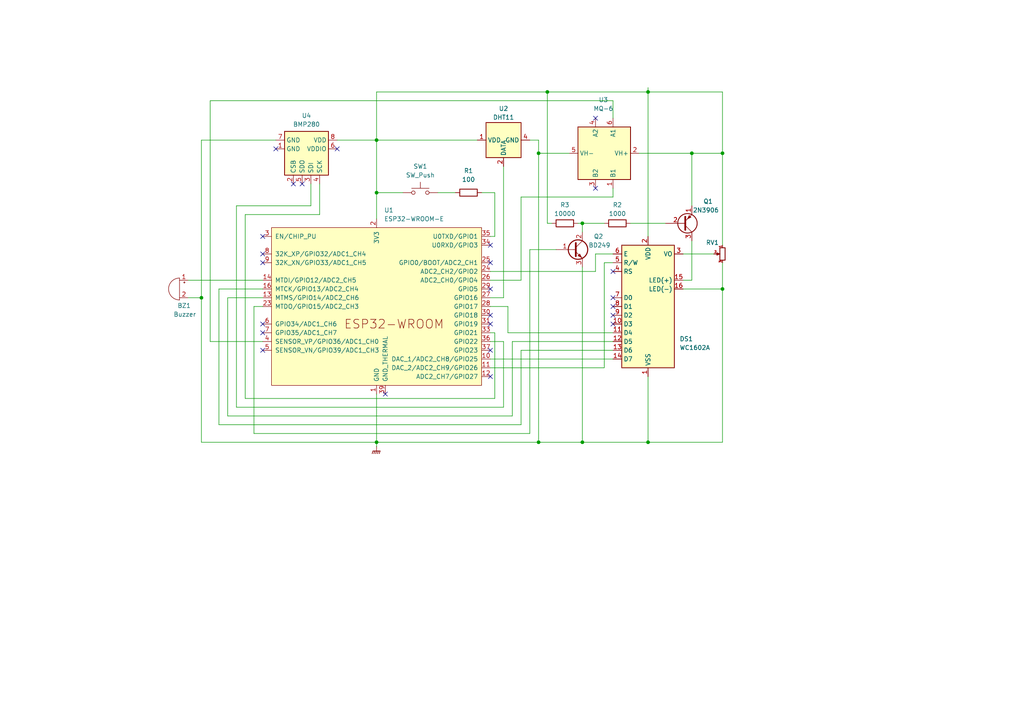
<source format=kicad_sch>
(kicad_sch
	(version 20231120)
	(generator "eeschema")
	(generator_version "8.0")
	(uuid "435fcbc1-3d78-4e7f-aa86-8a0a96ead45e")
	(paper "A4")
	(lib_symbols
		(symbol "Device:Buzzer"
			(pin_names
				(offset 0.0254) hide)
			(exclude_from_sim no)
			(in_bom yes)
			(on_board yes)
			(property "Reference" "BZ"
				(at 3.81 1.27 0)
				(effects
					(font
						(size 1.27 1.27)
					)
					(justify left)
				)
			)
			(property "Value" "Buzzer"
				(at 3.81 -1.27 0)
				(effects
					(font
						(size 1.27 1.27)
					)
					(justify left)
				)
			)
			(property "Footprint" ""
				(at -0.635 2.54 90)
				(effects
					(font
						(size 1.27 1.27)
					)
					(hide yes)
				)
			)
			(property "Datasheet" "~"
				(at -0.635 2.54 90)
				(effects
					(font
						(size 1.27 1.27)
					)
					(hide yes)
				)
			)
			(property "Description" "Buzzer, polarized"
				(at 0 0 0)
				(effects
					(font
						(size 1.27 1.27)
					)
					(hide yes)
				)
			)
			(property "ki_keywords" "quartz resonator ceramic"
				(at 0 0 0)
				(effects
					(font
						(size 1.27 1.27)
					)
					(hide yes)
				)
			)
			(property "ki_fp_filters" "*Buzzer*"
				(at 0 0 0)
				(effects
					(font
						(size 1.27 1.27)
					)
					(hide yes)
				)
			)
			(symbol "Buzzer_0_1"
				(arc
					(start 0 -3.175)
					(mid 3.1612 0)
					(end 0 3.175)
					(stroke
						(width 0)
						(type default)
					)
					(fill
						(type none)
					)
				)
				(polyline
					(pts
						(xy -1.651 1.905) (xy -1.143 1.905)
					)
					(stroke
						(width 0)
						(type default)
					)
					(fill
						(type none)
					)
				)
				(polyline
					(pts
						(xy -1.397 2.159) (xy -1.397 1.651)
					)
					(stroke
						(width 0)
						(type default)
					)
					(fill
						(type none)
					)
				)
				(polyline
					(pts
						(xy 0 3.175) (xy 0 -3.175)
					)
					(stroke
						(width 0)
						(type default)
					)
					(fill
						(type none)
					)
				)
			)
			(symbol "Buzzer_1_1"
				(pin passive line
					(at -2.54 2.54 0)
					(length 2.54)
					(name "+"
						(effects
							(font
								(size 1.27 1.27)
							)
						)
					)
					(number "1"
						(effects
							(font
								(size 1.27 1.27)
							)
						)
					)
				)
				(pin passive line
					(at -2.54 -2.54 0)
					(length 2.54)
					(name "-"
						(effects
							(font
								(size 1.27 1.27)
							)
						)
					)
					(number "2"
						(effects
							(font
								(size 1.27 1.27)
							)
						)
					)
				)
			)
		)
		(symbol "Device:R"
			(pin_numbers hide)
			(pin_names
				(offset 0)
			)
			(exclude_from_sim no)
			(in_bom yes)
			(on_board yes)
			(property "Reference" "R"
				(at 2.032 0 90)
				(effects
					(font
						(size 1.27 1.27)
					)
				)
			)
			(property "Value" "R"
				(at 0 0 90)
				(effects
					(font
						(size 1.27 1.27)
					)
				)
			)
			(property "Footprint" ""
				(at -1.778 0 90)
				(effects
					(font
						(size 1.27 1.27)
					)
					(hide yes)
				)
			)
			(property "Datasheet" "~"
				(at 0 0 0)
				(effects
					(font
						(size 1.27 1.27)
					)
					(hide yes)
				)
			)
			(property "Description" "Resistor"
				(at 0 0 0)
				(effects
					(font
						(size 1.27 1.27)
					)
					(hide yes)
				)
			)
			(property "ki_keywords" "R res resistor"
				(at 0 0 0)
				(effects
					(font
						(size 1.27 1.27)
					)
					(hide yes)
				)
			)
			(property "ki_fp_filters" "R_*"
				(at 0 0 0)
				(effects
					(font
						(size 1.27 1.27)
					)
					(hide yes)
				)
			)
			(symbol "R_0_1"
				(rectangle
					(start -1.016 -2.54)
					(end 1.016 2.54)
					(stroke
						(width 0.254)
						(type default)
					)
					(fill
						(type none)
					)
				)
			)
			(symbol "R_1_1"
				(pin passive line
					(at 0 3.81 270)
					(length 1.27)
					(name "~"
						(effects
							(font
								(size 1.27 1.27)
							)
						)
					)
					(number "1"
						(effects
							(font
								(size 1.27 1.27)
							)
						)
					)
				)
				(pin passive line
					(at 0 -3.81 90)
					(length 1.27)
					(name "~"
						(effects
							(font
								(size 1.27 1.27)
							)
						)
					)
					(number "2"
						(effects
							(font
								(size 1.27 1.27)
							)
						)
					)
				)
			)
		)
		(symbol "Device:R_Potentiometer_Small"
			(pin_names
				(offset 1.016) hide)
			(exclude_from_sim no)
			(in_bom yes)
			(on_board yes)
			(property "Reference" "RV"
				(at -4.445 0 90)
				(effects
					(font
						(size 1.27 1.27)
					)
				)
			)
			(property "Value" "R_Potentiometer_Small"
				(at -2.54 0 90)
				(effects
					(font
						(size 1.27 1.27)
					)
				)
			)
			(property "Footprint" ""
				(at 0 0 0)
				(effects
					(font
						(size 1.27 1.27)
					)
					(hide yes)
				)
			)
			(property "Datasheet" "~"
				(at 0 0 0)
				(effects
					(font
						(size 1.27 1.27)
					)
					(hide yes)
				)
			)
			(property "Description" "Potentiometer"
				(at 0 0 0)
				(effects
					(font
						(size 1.27 1.27)
					)
					(hide yes)
				)
			)
			(property "ki_keywords" "resistor variable"
				(at 0 0 0)
				(effects
					(font
						(size 1.27 1.27)
					)
					(hide yes)
				)
			)
			(property "ki_fp_filters" "Potentiometer*"
				(at 0 0 0)
				(effects
					(font
						(size 1.27 1.27)
					)
					(hide yes)
				)
			)
			(symbol "R_Potentiometer_Small_0_1"
				(polyline
					(pts
						(xy 0.889 0) (xy 0.635 0) (xy 1.651 0.381) (xy 1.651 -0.381) (xy 0.635 0) (xy 0.889 0)
					)
					(stroke
						(width 0)
						(type default)
					)
					(fill
						(type outline)
					)
				)
				(rectangle
					(start 0.762 1.8034)
					(end -0.762 -1.8034)
					(stroke
						(width 0.254)
						(type default)
					)
					(fill
						(type none)
					)
				)
			)
			(symbol "R_Potentiometer_Small_1_1"
				(pin passive line
					(at 0 2.54 270)
					(length 0.635)
					(name "1"
						(effects
							(font
								(size 0.635 0.635)
							)
						)
					)
					(number "1"
						(effects
							(font
								(size 0.635 0.635)
							)
						)
					)
				)
				(pin passive line
					(at 2.54 0 180)
					(length 0.9906)
					(name "2"
						(effects
							(font
								(size 0.635 0.635)
							)
						)
					)
					(number "2"
						(effects
							(font
								(size 0.635 0.635)
							)
						)
					)
				)
				(pin passive line
					(at 0 -2.54 90)
					(length 0.635)
					(name "3"
						(effects
							(font
								(size 0.635 0.635)
							)
						)
					)
					(number "3"
						(effects
							(font
								(size 0.635 0.635)
							)
						)
					)
				)
			)
		)
		(symbol "Display_Character:WC1602A"
			(exclude_from_sim no)
			(in_bom yes)
			(on_board yes)
			(property "Reference" "DS"
				(at -5.842 19.05 0)
				(effects
					(font
						(size 1.27 1.27)
					)
				)
			)
			(property "Value" "WC1602A"
				(at 5.334 19.05 0)
				(effects
					(font
						(size 1.27 1.27)
					)
				)
			)
			(property "Footprint" "Display:WC1602A"
				(at 0 -22.86 0)
				(effects
					(font
						(size 1.27 1.27)
						(italic yes)
					)
					(hide yes)
				)
			)
			(property "Datasheet" "http://www.wincomlcd.com/pdf/WC1602A-SFYLYHTC06.pdf"
				(at 17.78 0 0)
				(effects
					(font
						(size 1.27 1.27)
					)
					(hide yes)
				)
			)
			(property "Description" "LCD 16x2 Alphanumeric , 8 bit parallel bus, 5V VDD"
				(at 0 0 0)
				(effects
					(font
						(size 1.27 1.27)
					)
					(hide yes)
				)
			)
			(property "ki_keywords" "display LCD dot-matrix"
				(at 0 0 0)
				(effects
					(font
						(size 1.27 1.27)
					)
					(hide yes)
				)
			)
			(property "ki_fp_filters" "*WC*1602A*"
				(at 0 0 0)
				(effects
					(font
						(size 1.27 1.27)
					)
					(hide yes)
				)
			)
			(symbol "WC1602A_1_1"
				(rectangle
					(start -7.62 17.78)
					(end 7.62 -17.78)
					(stroke
						(width 0.254)
						(type default)
					)
					(fill
						(type background)
					)
				)
				(pin power_in line
					(at 0 -20.32 90)
					(length 2.54)
					(name "VSS"
						(effects
							(font
								(size 1.27 1.27)
							)
						)
					)
					(number "1"
						(effects
							(font
								(size 1.27 1.27)
							)
						)
					)
				)
				(pin input line
					(at -10.16 -5.08 0)
					(length 2.54)
					(name "D3"
						(effects
							(font
								(size 1.27 1.27)
							)
						)
					)
					(number "10"
						(effects
							(font
								(size 1.27 1.27)
							)
						)
					)
				)
				(pin input line
					(at -10.16 -7.62 0)
					(length 2.54)
					(name "D4"
						(effects
							(font
								(size 1.27 1.27)
							)
						)
					)
					(number "11"
						(effects
							(font
								(size 1.27 1.27)
							)
						)
					)
				)
				(pin input line
					(at -10.16 -10.16 0)
					(length 2.54)
					(name "D5"
						(effects
							(font
								(size 1.27 1.27)
							)
						)
					)
					(number "12"
						(effects
							(font
								(size 1.27 1.27)
							)
						)
					)
				)
				(pin input line
					(at -10.16 -12.7 0)
					(length 2.54)
					(name "D6"
						(effects
							(font
								(size 1.27 1.27)
							)
						)
					)
					(number "13"
						(effects
							(font
								(size 1.27 1.27)
							)
						)
					)
				)
				(pin input line
					(at -10.16 -15.24 0)
					(length 2.54)
					(name "D7"
						(effects
							(font
								(size 1.27 1.27)
							)
						)
					)
					(number "14"
						(effects
							(font
								(size 1.27 1.27)
							)
						)
					)
				)
				(pin power_in line
					(at 10.16 7.62 180)
					(length 2.54)
					(name "LED(+)"
						(effects
							(font
								(size 1.27 1.27)
							)
						)
					)
					(number "15"
						(effects
							(font
								(size 1.27 1.27)
							)
						)
					)
				)
				(pin power_in line
					(at 10.16 5.08 180)
					(length 2.54)
					(name "LED(-)"
						(effects
							(font
								(size 1.27 1.27)
							)
						)
					)
					(number "16"
						(effects
							(font
								(size 1.27 1.27)
							)
						)
					)
				)
				(pin power_in line
					(at 0 20.32 270)
					(length 2.54)
					(name "VDD"
						(effects
							(font
								(size 1.27 1.27)
							)
						)
					)
					(number "2"
						(effects
							(font
								(size 1.27 1.27)
							)
						)
					)
				)
				(pin input line
					(at 10.16 15.24 180)
					(length 2.54)
					(name "VO"
						(effects
							(font
								(size 1.27 1.27)
							)
						)
					)
					(number "3"
						(effects
							(font
								(size 1.27 1.27)
							)
						)
					)
				)
				(pin input line
					(at -10.16 10.16 0)
					(length 2.54)
					(name "RS"
						(effects
							(font
								(size 1.27 1.27)
							)
						)
					)
					(number "4"
						(effects
							(font
								(size 1.27 1.27)
							)
						)
					)
				)
				(pin input line
					(at -10.16 12.7 0)
					(length 2.54)
					(name "R/W"
						(effects
							(font
								(size 1.27 1.27)
							)
						)
					)
					(number "5"
						(effects
							(font
								(size 1.27 1.27)
							)
						)
					)
				)
				(pin input line
					(at -10.16 15.24 0)
					(length 2.54)
					(name "E"
						(effects
							(font
								(size 1.27 1.27)
							)
						)
					)
					(number "6"
						(effects
							(font
								(size 1.27 1.27)
							)
						)
					)
				)
				(pin input line
					(at -10.16 2.54 0)
					(length 2.54)
					(name "D0"
						(effects
							(font
								(size 1.27 1.27)
							)
						)
					)
					(number "7"
						(effects
							(font
								(size 1.27 1.27)
							)
						)
					)
				)
				(pin input line
					(at -10.16 0 0)
					(length 2.54)
					(name "D1"
						(effects
							(font
								(size 1.27 1.27)
							)
						)
					)
					(number "8"
						(effects
							(font
								(size 1.27 1.27)
							)
						)
					)
				)
				(pin input line
					(at -10.16 -2.54 0)
					(length 2.54)
					(name "D2"
						(effects
							(font
								(size 1.27 1.27)
							)
						)
					)
					(number "9"
						(effects
							(font
								(size 1.27 1.27)
							)
						)
					)
				)
			)
		)
		(symbol "PCM_Espressif:ESP32-WROOM-E"
			(pin_names
				(offset 1.016)
			)
			(exclude_from_sim no)
			(in_bom yes)
			(on_board yes)
			(property "Reference" "U"
				(at -30.48 27.94 0)
				(effects
					(font
						(size 1.27 1.27)
					)
					(justify left)
				)
			)
			(property "Value" "ESP32-WROOM-E"
				(at -30.48 25.4 0)
				(effects
					(font
						(size 1.27 1.27)
					)
					(justify left)
				)
			)
			(property "Footprint" "PCM_Espressif:ESP32-WROOM-32E"
				(at 0 -35.56 0)
				(effects
					(font
						(size 1.27 1.27)
					)
					(hide yes)
				)
			)
			(property "Datasheet" "https://www.espressif.com/sites/default/files/documentation/esp32-wroom-32e_esp32-wroom-32ue_datasheet_en.pdf"
				(at 0 -38.1 0)
				(effects
					(font
						(size 1.27 1.27)
					)
					(hide yes)
				)
			)
			(property "Description" "ESP32-WROOM-32E integrates ESP32-D0WD-V3, with higher stability and safety performance."
				(at 0 0 0)
				(effects
					(font
						(size 1.27 1.27)
					)
					(hide yes)
				)
			)
			(property "ki_keywords" "ESP32"
				(at 0 0 0)
				(effects
					(font
						(size 1.27 1.27)
					)
					(hide yes)
				)
			)
			(symbol "ESP32-WROOM-E_0_1"
				(rectangle
					(start -30.48 22.86)
					(end 30.48 -22.86)
					(stroke
						(width 0)
						(type default)
					)
					(fill
						(type background)
					)
				)
			)
			(symbol "ESP32-WROOM-E_1_1"
				(text "ESP32-­WROOM­"
					(at 5.08 -5.08 0)
					(effects
						(font
							(size 2.54 2.54)
						)
					)
				)
				(pin power_in line
					(at 0 -25.4 90)
					(length 2.54)
					(name "GND"
						(effects
							(font
								(size 1.27 1.27)
							)
						)
					)
					(number "1"
						(effects
							(font
								(size 1.27 1.27)
							)
						)
					)
				)
				(pin bidirectional line
					(at 33.02 -15.24 180)
					(length 2.54)
					(name "DAC_1/ADC2_CH8/GPIO25"
						(effects
							(font
								(size 1.27 1.27)
							)
						)
					)
					(number "10"
						(effects
							(font
								(size 1.27 1.27)
							)
						)
					)
				)
				(pin bidirectional line
					(at 33.02 -17.78 180)
					(length 2.54)
					(name "DAC_2/ADC2_CH9/GPIO26"
						(effects
							(font
								(size 1.27 1.27)
							)
						)
					)
					(number "11"
						(effects
							(font
								(size 1.27 1.27)
							)
						)
					)
				)
				(pin bidirectional line
					(at 33.02 -20.32 180)
					(length 2.54)
					(name "ADC2_CH7/GPIO27"
						(effects
							(font
								(size 1.27 1.27)
							)
						)
					)
					(number "12"
						(effects
							(font
								(size 1.27 1.27)
							)
						)
					)
				)
				(pin bidirectional line
					(at -33.02 2.54 0)
					(length 2.54)
					(name "MTMS/GPIO14/ADC2_CH6"
						(effects
							(font
								(size 1.27 1.27)
							)
						)
					)
					(number "13"
						(effects
							(font
								(size 1.27 1.27)
							)
						)
					)
				)
				(pin bidirectional line
					(at -33.02 7.62 0)
					(length 2.54)
					(name "MTDI/GPIO12/ADC2_CH5"
						(effects
							(font
								(size 1.27 1.27)
							)
						)
					)
					(number "14"
						(effects
							(font
								(size 1.27 1.27)
							)
						)
					)
				)
				(pin passive line
					(at 0 -25.4 90)
					(length 2.54) hide
					(name "GND"
						(effects
							(font
								(size 1.27 1.27)
							)
						)
					)
					(number "15"
						(effects
							(font
								(size 1.27 1.27)
							)
						)
					)
				)
				(pin bidirectional line
					(at -33.02 5.08 0)
					(length 2.54)
					(name "MTCK/GPIO13/ADC2_CH4"
						(effects
							(font
								(size 1.27 1.27)
							)
						)
					)
					(number "16"
						(effects
							(font
								(size 1.27 1.27)
							)
						)
					)
				)
				(pin power_in line
					(at 0 25.4 270)
					(length 2.54)
					(name "3V3"
						(effects
							(font
								(size 1.27 1.27)
							)
						)
					)
					(number "2"
						(effects
							(font
								(size 1.27 1.27)
							)
						)
					)
				)
				(pin bidirectional line
					(at -33.02 0 0)
					(length 2.54)
					(name "MTDO/GPIO15/ADC2_CH3"
						(effects
							(font
								(size 1.27 1.27)
							)
						)
					)
					(number "23"
						(effects
							(font
								(size 1.27 1.27)
							)
						)
					)
				)
				(pin bidirectional line
					(at 33.02 10.16 180)
					(length 2.54)
					(name "ADC2_CH2/GPIO2"
						(effects
							(font
								(size 1.27 1.27)
							)
						)
					)
					(number "24"
						(effects
							(font
								(size 1.27 1.27)
							)
						)
					)
				)
				(pin bidirectional line
					(at 33.02 12.7 180)
					(length 2.54)
					(name "GPIO0/BOOT/ADC2_CH1"
						(effects
							(font
								(size 1.27 1.27)
							)
						)
					)
					(number "25"
						(effects
							(font
								(size 1.27 1.27)
							)
						)
					)
				)
				(pin bidirectional line
					(at 33.02 7.62 180)
					(length 2.54)
					(name "ADC2_CH0/GPIO4"
						(effects
							(font
								(size 1.27 1.27)
							)
						)
					)
					(number "26"
						(effects
							(font
								(size 1.27 1.27)
							)
						)
					)
				)
				(pin bidirectional line
					(at 33.02 2.54 180)
					(length 2.54)
					(name "GPIO16"
						(effects
							(font
								(size 1.27 1.27)
							)
						)
					)
					(number "27"
						(effects
							(font
								(size 1.27 1.27)
							)
						)
					)
				)
				(pin bidirectional line
					(at 33.02 0 180)
					(length 2.54)
					(name "GPIO17"
						(effects
							(font
								(size 1.27 1.27)
							)
						)
					)
					(number "28"
						(effects
							(font
								(size 1.27 1.27)
							)
						)
					)
				)
				(pin bidirectional line
					(at 33.02 5.08 180)
					(length 2.54)
					(name "GPIO5"
						(effects
							(font
								(size 1.27 1.27)
							)
						)
					)
					(number "29"
						(effects
							(font
								(size 1.27 1.27)
							)
						)
					)
				)
				(pin input line
					(at -33.02 20.32 0)
					(length 2.54)
					(name "EN/CHIP_PU"
						(effects
							(font
								(size 1.27 1.27)
							)
						)
					)
					(number "3"
						(effects
							(font
								(size 1.27 1.27)
							)
						)
					)
				)
				(pin bidirectional line
					(at 33.02 -2.54 180)
					(length 2.54)
					(name "GPIO18"
						(effects
							(font
								(size 1.27 1.27)
							)
						)
					)
					(number "30"
						(effects
							(font
								(size 1.27 1.27)
							)
						)
					)
				)
				(pin bidirectional line
					(at 33.02 -5.08 180)
					(length 2.54)
					(name "GPIO19"
						(effects
							(font
								(size 1.27 1.27)
							)
						)
					)
					(number "31"
						(effects
							(font
								(size 1.27 1.27)
							)
						)
					)
				)
				(pin bidirectional line
					(at 33.02 -7.62 180)
					(length 2.54)
					(name "GPIO21"
						(effects
							(font
								(size 1.27 1.27)
							)
						)
					)
					(number "33"
						(effects
							(font
								(size 1.27 1.27)
							)
						)
					)
				)
				(pin bidirectional line
					(at 33.02 17.78 180)
					(length 2.54)
					(name "U0RXD/GPIO3"
						(effects
							(font
								(size 1.27 1.27)
							)
						)
					)
					(number "34"
						(effects
							(font
								(size 1.27 1.27)
							)
						)
					)
				)
				(pin bidirectional line
					(at 33.02 20.32 180)
					(length 2.54)
					(name "U0TXD/GPIO1"
						(effects
							(font
								(size 1.27 1.27)
							)
						)
					)
					(number "35"
						(effects
							(font
								(size 1.27 1.27)
							)
						)
					)
				)
				(pin bidirectional line
					(at 33.02 -10.16 180)
					(length 2.54)
					(name "GPIO22"
						(effects
							(font
								(size 1.27 1.27)
							)
						)
					)
					(number "36"
						(effects
							(font
								(size 1.27 1.27)
							)
						)
					)
				)
				(pin bidirectional line
					(at 33.02 -12.7 180)
					(length 2.54)
					(name "GPIO23"
						(effects
							(font
								(size 1.27 1.27)
							)
						)
					)
					(number "37"
						(effects
							(font
								(size 1.27 1.27)
							)
						)
					)
				)
				(pin passive line
					(at 0 -25.4 90)
					(length 2.54) hide
					(name "GND"
						(effects
							(font
								(size 1.27 1.27)
							)
						)
					)
					(number "38"
						(effects
							(font
								(size 1.27 1.27)
							)
						)
					)
				)
				(pin power_in line
					(at 2.54 -25.4 90)
					(length 2.54)
					(name "GND_THERMAL"
						(effects
							(font
								(size 1.27 1.27)
							)
						)
					)
					(number "39"
						(effects
							(font
								(size 1.27 1.27)
							)
						)
					)
				)
				(pin input line
					(at -33.02 -10.16 0)
					(length 2.54)
					(name "SENSOR_VP/GPIO36/ADC1_CH0"
						(effects
							(font
								(size 1.27 1.27)
							)
						)
					)
					(number "4"
						(effects
							(font
								(size 1.27 1.27)
							)
						)
					)
				)
				(pin input line
					(at -33.02 -12.7 0)
					(length 2.54)
					(name "SENSOR_VN/GPIO39/ADC1_CH3"
						(effects
							(font
								(size 1.27 1.27)
							)
						)
					)
					(number "5"
						(effects
							(font
								(size 1.27 1.27)
							)
						)
					)
				)
				(pin input line
					(at -33.02 -5.08 0)
					(length 2.54)
					(name "GPIO34/ADC1_CH6"
						(effects
							(font
								(size 1.27 1.27)
							)
						)
					)
					(number "6"
						(effects
							(font
								(size 1.27 1.27)
							)
						)
					)
				)
				(pin input line
					(at -33.02 -7.62 0)
					(length 2.54)
					(name "GPIO35/ADC1_CH7"
						(effects
							(font
								(size 1.27 1.27)
							)
						)
					)
					(number "7"
						(effects
							(font
								(size 1.27 1.27)
							)
						)
					)
				)
				(pin bidirectional line
					(at -33.02 15.24 0)
					(length 2.54)
					(name "32K_XP/GPIO32/ADC1_CH4"
						(effects
							(font
								(size 1.27 1.27)
							)
						)
					)
					(number "8"
						(effects
							(font
								(size 1.27 1.27)
							)
						)
					)
				)
				(pin bidirectional line
					(at -33.02 12.7 0)
					(length 2.54)
					(name "32K_XN/GPIO33/ADC1_CH5"
						(effects
							(font
								(size 1.27 1.27)
							)
						)
					)
					(number "9"
						(effects
							(font
								(size 1.27 1.27)
							)
						)
					)
				)
			)
		)
		(symbol "Sensor:DHT11"
			(exclude_from_sim no)
			(in_bom yes)
			(on_board yes)
			(property "Reference" "U"
				(at -3.81 6.35 0)
				(effects
					(font
						(size 1.27 1.27)
					)
				)
			)
			(property "Value" "DHT11"
				(at 3.81 6.35 0)
				(effects
					(font
						(size 1.27 1.27)
					)
				)
			)
			(property "Footprint" "Sensor:Aosong_DHT11_5.5x12.0_P2.54mm"
				(at 0 -10.16 0)
				(effects
					(font
						(size 1.27 1.27)
					)
					(hide yes)
				)
			)
			(property "Datasheet" "http://akizukidenshi.com/download/ds/aosong/DHT11.pdf"
				(at 3.81 6.35 0)
				(effects
					(font
						(size 1.27 1.27)
					)
					(hide yes)
				)
			)
			(property "Description" "3.3V to 5.5V, temperature and humidity module, DHT11"
				(at 0 0 0)
				(effects
					(font
						(size 1.27 1.27)
					)
					(hide yes)
				)
			)
			(property "ki_keywords" "digital sensor"
				(at 0 0 0)
				(effects
					(font
						(size 1.27 1.27)
					)
					(hide yes)
				)
			)
			(property "ki_fp_filters" "Aosong*DHT11*5.5x12.0*P2.54mm*"
				(at 0 0 0)
				(effects
					(font
						(size 1.27 1.27)
					)
					(hide yes)
				)
			)
			(symbol "DHT11_0_1"
				(rectangle
					(start -5.08 5.08)
					(end 5.08 -5.08)
					(stroke
						(width 0.254)
						(type default)
					)
					(fill
						(type background)
					)
				)
			)
			(symbol "DHT11_1_1"
				(pin power_in line
					(at 0 7.62 270)
					(length 2.54)
					(name "VDD"
						(effects
							(font
								(size 1.27 1.27)
							)
						)
					)
					(number "1"
						(effects
							(font
								(size 1.27 1.27)
							)
						)
					)
				)
				(pin bidirectional line
					(at 7.62 0 180)
					(length 2.54)
					(name "DATA"
						(effects
							(font
								(size 1.27 1.27)
							)
						)
					)
					(number "2"
						(effects
							(font
								(size 1.27 1.27)
							)
						)
					)
				)
				(pin no_connect line
					(at -5.08 0 0)
					(length 2.54) hide
					(name "NC"
						(effects
							(font
								(size 1.27 1.27)
							)
						)
					)
					(number "3"
						(effects
							(font
								(size 1.27 1.27)
							)
						)
					)
				)
				(pin power_in line
					(at 0 -7.62 90)
					(length 2.54)
					(name "GND"
						(effects
							(font
								(size 1.27 1.27)
							)
						)
					)
					(number "4"
						(effects
							(font
								(size 1.27 1.27)
							)
						)
					)
				)
			)
		)
		(symbol "Sensor_Gas:MQ-6"
			(exclude_from_sim no)
			(in_bom yes)
			(on_board yes)
			(property "Reference" "U"
				(at -6.35 8.89 0)
				(effects
					(font
						(size 1.27 1.27)
					)
				)
			)
			(property "Value" "MQ-6"
				(at 3.81 8.89 0)
				(effects
					(font
						(size 1.27 1.27)
					)
				)
			)
			(property "Footprint" "Sensor:MQ-6"
				(at 1.27 -11.43 0)
				(effects
					(font
						(size 1.27 1.27)
					)
					(hide yes)
				)
			)
			(property "Datasheet" "https://www.winsen-sensor.com/d/files/semiconductor/mq-6.pdf"
				(at 0 6.35 0)
				(effects
					(font
						(size 1.27 1.27)
					)
					(hide yes)
				)
			)
			(property "Description" "Semiconductor Sensor for Flammable Gas"
				(at 0 0 0)
				(effects
					(font
						(size 1.27 1.27)
					)
					(hide yes)
				)
			)
			(property "ki_keywords" "flammable gas sensor LPG"
				(at 0 0 0)
				(effects
					(font
						(size 1.27 1.27)
					)
					(hide yes)
				)
			)
			(property "ki_fp_filters" "*MQ*6*"
				(at 0 0 0)
				(effects
					(font
						(size 1.27 1.27)
					)
					(hide yes)
				)
			)
			(symbol "MQ-6_0_1"
				(rectangle
					(start -7.62 7.62)
					(end 7.62 -7.62)
					(stroke
						(width 0.254)
						(type default)
					)
					(fill
						(type background)
					)
				)
			)
			(symbol "MQ-6_1_1"
				(pin passive line
					(at 10.16 2.54 180)
					(length 2.54)
					(name "B1"
						(effects
							(font
								(size 1.27 1.27)
							)
						)
					)
					(number "1"
						(effects
							(font
								(size 1.27 1.27)
							)
						)
					)
				)
				(pin power_in line
					(at 0 10.16 270)
					(length 2.54)
					(name "VH+"
						(effects
							(font
								(size 1.27 1.27)
							)
						)
					)
					(number "2"
						(effects
							(font
								(size 1.27 1.27)
							)
						)
					)
				)
				(pin passive line
					(at 10.16 -2.54 180)
					(length 2.54)
					(name "B2"
						(effects
							(font
								(size 1.27 1.27)
							)
						)
					)
					(number "3"
						(effects
							(font
								(size 1.27 1.27)
							)
						)
					)
				)
				(pin passive line
					(at -10.16 -2.54 0)
					(length 2.54)
					(name "A2"
						(effects
							(font
								(size 1.27 1.27)
							)
						)
					)
					(number "4"
						(effects
							(font
								(size 1.27 1.27)
							)
						)
					)
				)
				(pin power_in line
					(at 0 -10.16 90)
					(length 2.54)
					(name "VH-"
						(effects
							(font
								(size 1.27 1.27)
							)
						)
					)
					(number "5"
						(effects
							(font
								(size 1.27 1.27)
							)
						)
					)
				)
				(pin passive line
					(at -10.16 2.54 0)
					(length 2.54)
					(name "A1"
						(effects
							(font
								(size 1.27 1.27)
							)
						)
					)
					(number "6"
						(effects
							(font
								(size 1.27 1.27)
							)
						)
					)
				)
			)
		)
		(symbol "Sensor_Pressure:BMP280"
			(exclude_from_sim no)
			(in_bom yes)
			(on_board yes)
			(property "Reference" "U"
				(at -7.62 10.16 0)
				(effects
					(font
						(size 1.27 1.27)
					)
					(justify left top)
				)
			)
			(property "Value" "BMP280"
				(at 5.08 10.16 0)
				(effects
					(font
						(size 1.27 1.27)
					)
					(justify left top)
				)
			)
			(property "Footprint" "Package_LGA:Bosch_LGA-8_2x2.5mm_P0.65mm_ClockwisePinNumbering"
				(at 0 -17.78 0)
				(effects
					(font
						(size 1.27 1.27)
					)
					(hide yes)
				)
			)
			(property "Datasheet" "https://ae-bst.resource.bosch.com/media/_tech/media/datasheets/BST-BMP280-DS001.pdf"
				(at 0 0 0)
				(effects
					(font
						(size 1.27 1.27)
					)
					(hide yes)
				)
			)
			(property "Description" "Absolute Barometric Pressure Sensor, LGA-8"
				(at 0 0 0)
				(effects
					(font
						(size 1.27 1.27)
					)
					(hide yes)
				)
			)
			(property "ki_keywords" "I2C, SPI, pressure, temperature, sensor"
				(at 0 0 0)
				(effects
					(font
						(size 1.27 1.27)
					)
					(hide yes)
				)
			)
			(property "ki_fp_filters" "Bosch*LGA*2x2.5mm*P0.65mm*"
				(at 0 0 0)
				(effects
					(font
						(size 1.27 1.27)
					)
					(hide yes)
				)
			)
			(symbol "BMP280_0_1"
				(rectangle
					(start -7.62 -5.08)
					(end 5.08 7.62)
					(stroke
						(width 0.254)
						(type default)
					)
					(fill
						(type background)
					)
				)
			)
			(symbol "BMP280_1_1"
				(pin power_in line
					(at 0 -7.62 90)
					(length 2.54)
					(name "GND"
						(effects
							(font
								(size 1.27 1.27)
							)
						)
					)
					(number "1"
						(effects
							(font
								(size 1.27 1.27)
							)
						)
					)
				)
				(pin input line
					(at -10.16 -2.54 0)
					(length 2.54)
					(name "CSB"
						(effects
							(font
								(size 1.27 1.27)
							)
						)
					)
					(number "2"
						(effects
							(font
								(size 1.27 1.27)
							)
						)
					)
				)
				(pin bidirectional line
					(at -10.16 2.54 0)
					(length 2.54)
					(name "SDI"
						(effects
							(font
								(size 1.27 1.27)
							)
						)
					)
					(number "3"
						(effects
							(font
								(size 1.27 1.27)
							)
						)
					)
				)
				(pin input line
					(at -10.16 5.08 0)
					(length 2.54)
					(name "SCK"
						(effects
							(font
								(size 1.27 1.27)
							)
						)
					)
					(number "4"
						(effects
							(font
								(size 1.27 1.27)
							)
						)
					)
				)
				(pin bidirectional line
					(at -10.16 0 0)
					(length 2.54)
					(name "SDO"
						(effects
							(font
								(size 1.27 1.27)
							)
						)
					)
					(number "5"
						(effects
							(font
								(size 1.27 1.27)
							)
						)
					)
				)
				(pin power_in line
					(at 0 10.16 270)
					(length 2.54)
					(name "VDDIO"
						(effects
							(font
								(size 1.27 1.27)
							)
						)
					)
					(number "6"
						(effects
							(font
								(size 1.27 1.27)
							)
						)
					)
				)
				(pin power_in line
					(at 2.54 -7.62 90)
					(length 2.54)
					(name "GND"
						(effects
							(font
								(size 1.27 1.27)
							)
						)
					)
					(number "7"
						(effects
							(font
								(size 1.27 1.27)
							)
						)
					)
				)
				(pin power_in line
					(at 2.54 10.16 270)
					(length 2.54)
					(name "VDD"
						(effects
							(font
								(size 1.27 1.27)
							)
						)
					)
					(number "8"
						(effects
							(font
								(size 1.27 1.27)
							)
						)
					)
				)
			)
		)
		(symbol "Switch:SW_Push"
			(pin_numbers hide)
			(pin_names
				(offset 1.016) hide)
			(exclude_from_sim no)
			(in_bom yes)
			(on_board yes)
			(property "Reference" "SW"
				(at 1.27 2.54 0)
				(effects
					(font
						(size 1.27 1.27)
					)
					(justify left)
				)
			)
			(property "Value" "SW_Push"
				(at 0 -1.524 0)
				(effects
					(font
						(size 1.27 1.27)
					)
				)
			)
			(property "Footprint" ""
				(at 0 5.08 0)
				(effects
					(font
						(size 1.27 1.27)
					)
					(hide yes)
				)
			)
			(property "Datasheet" "~"
				(at 0 5.08 0)
				(effects
					(font
						(size 1.27 1.27)
					)
					(hide yes)
				)
			)
			(property "Description" "Push button switch, generic, two pins"
				(at 0 0 0)
				(effects
					(font
						(size 1.27 1.27)
					)
					(hide yes)
				)
			)
			(property "ki_keywords" "switch normally-open pushbutton push-button"
				(at 0 0 0)
				(effects
					(font
						(size 1.27 1.27)
					)
					(hide yes)
				)
			)
			(symbol "SW_Push_0_1"
				(circle
					(center -2.032 0)
					(radius 0.508)
					(stroke
						(width 0)
						(type default)
					)
					(fill
						(type none)
					)
				)
				(polyline
					(pts
						(xy 0 1.27) (xy 0 3.048)
					)
					(stroke
						(width 0)
						(type default)
					)
					(fill
						(type none)
					)
				)
				(polyline
					(pts
						(xy 2.54 1.27) (xy -2.54 1.27)
					)
					(stroke
						(width 0)
						(type default)
					)
					(fill
						(type none)
					)
				)
				(circle
					(center 2.032 0)
					(radius 0.508)
					(stroke
						(width 0)
						(type default)
					)
					(fill
						(type none)
					)
				)
				(pin passive line
					(at -5.08 0 0)
					(length 2.54)
					(name "1"
						(effects
							(font
								(size 1.27 1.27)
							)
						)
					)
					(number "1"
						(effects
							(font
								(size 1.27 1.27)
							)
						)
					)
				)
				(pin passive line
					(at 5.08 0 180)
					(length 2.54)
					(name "2"
						(effects
							(font
								(size 1.27 1.27)
							)
						)
					)
					(number "2"
						(effects
							(font
								(size 1.27 1.27)
							)
						)
					)
				)
			)
		)
		(symbol "Transistor_BJT:2N3906"
			(pin_names
				(offset 0) hide)
			(exclude_from_sim no)
			(in_bom yes)
			(on_board yes)
			(property "Reference" "Q"
				(at 5.08 1.905 0)
				(effects
					(font
						(size 1.27 1.27)
					)
					(justify left)
				)
			)
			(property "Value" "2N3906"
				(at 5.08 0 0)
				(effects
					(font
						(size 1.27 1.27)
					)
					(justify left)
				)
			)
			(property "Footprint" "Package_TO_SOT_THT:TO-92_Inline"
				(at 5.08 -1.905 0)
				(effects
					(font
						(size 1.27 1.27)
						(italic yes)
					)
					(justify left)
					(hide yes)
				)
			)
			(property "Datasheet" "https://www.onsemi.com/pub/Collateral/2N3906-D.PDF"
				(at 0 0 0)
				(effects
					(font
						(size 1.27 1.27)
					)
					(justify left)
					(hide yes)
				)
			)
			(property "Description" "-0.2A Ic, -40V Vce, Small Signal PNP Transistor, TO-92"
				(at 0 0 0)
				(effects
					(font
						(size 1.27 1.27)
					)
					(hide yes)
				)
			)
			(property "ki_keywords" "PNP Transistor"
				(at 0 0 0)
				(effects
					(font
						(size 1.27 1.27)
					)
					(hide yes)
				)
			)
			(property "ki_fp_filters" "TO?92*"
				(at 0 0 0)
				(effects
					(font
						(size 1.27 1.27)
					)
					(hide yes)
				)
			)
			(symbol "2N3906_0_1"
				(polyline
					(pts
						(xy 0.635 0.635) (xy 2.54 2.54)
					)
					(stroke
						(width 0)
						(type default)
					)
					(fill
						(type none)
					)
				)
				(polyline
					(pts
						(xy 0.635 -0.635) (xy 2.54 -2.54) (xy 2.54 -2.54)
					)
					(stroke
						(width 0)
						(type default)
					)
					(fill
						(type none)
					)
				)
				(polyline
					(pts
						(xy 0.635 1.905) (xy 0.635 -1.905) (xy 0.635 -1.905)
					)
					(stroke
						(width 0.508)
						(type default)
					)
					(fill
						(type none)
					)
				)
				(polyline
					(pts
						(xy 2.286 -1.778) (xy 1.778 -2.286) (xy 1.27 -1.27) (xy 2.286 -1.778) (xy 2.286 -1.778)
					)
					(stroke
						(width 0)
						(type default)
					)
					(fill
						(type outline)
					)
				)
				(circle
					(center 1.27 0)
					(radius 2.8194)
					(stroke
						(width 0.254)
						(type default)
					)
					(fill
						(type none)
					)
				)
			)
			(symbol "2N3906_1_1"
				(pin passive line
					(at 2.54 -5.08 90)
					(length 2.54)
					(name "E"
						(effects
							(font
								(size 1.27 1.27)
							)
						)
					)
					(number "1"
						(effects
							(font
								(size 1.27 1.27)
							)
						)
					)
				)
				(pin input line
					(at -5.08 0 0)
					(length 5.715)
					(name "B"
						(effects
							(font
								(size 1.27 1.27)
							)
						)
					)
					(number "2"
						(effects
							(font
								(size 1.27 1.27)
							)
						)
					)
				)
				(pin passive line
					(at 2.54 5.08 270)
					(length 2.54)
					(name "C"
						(effects
							(font
								(size 1.27 1.27)
							)
						)
					)
					(number "3"
						(effects
							(font
								(size 1.27 1.27)
							)
						)
					)
				)
			)
		)
		(symbol "Transistor_BJT:BD249"
			(pin_names
				(offset 0) hide)
			(exclude_from_sim no)
			(in_bom yes)
			(on_board yes)
			(property "Reference" "Q"
				(at 6.35 1.905 0)
				(effects
					(font
						(size 1.27 1.27)
					)
					(justify left)
				)
			)
			(property "Value" "BD249"
				(at 6.35 0 0)
				(effects
					(font
						(size 1.27 1.27)
					)
					(justify left)
				)
			)
			(property "Footprint" ""
				(at 6.35 -1.905 0)
				(effects
					(font
						(size 1.27 1.27)
						(italic yes)
					)
					(justify left)
					(hide yes)
				)
			)
			(property "Datasheet" "http://www.mospec.com.tw/pdf/power/BD249.pdf"
				(at 0 0 0)
				(effects
					(font
						(size 1.27 1.27)
					)
					(justify left)
					(hide yes)
				)
			)
			(property "Description" "25A Ic, 55V Vce, Silicon Power NPN Transistors, SOT-93/TO247"
				(at 0 0 0)
				(effects
					(font
						(size 1.27 1.27)
					)
					(hide yes)
				)
			)
			(property "ki_keywords" "Power NPN Transistor"
				(at 0 0 0)
				(effects
					(font
						(size 1.27 1.27)
					)
					(hide yes)
				)
			)
			(property "ki_fp_filters" "TO?218* TO?247*"
				(at 0 0 0)
				(effects
					(font
						(size 1.27 1.27)
					)
					(hide yes)
				)
			)
			(symbol "BD249_0_1"
				(polyline
					(pts
						(xy 0 0) (xy 0.635 0)
					)
					(stroke
						(width 0)
						(type default)
					)
					(fill
						(type none)
					)
				)
				(polyline
					(pts
						(xy 2.54 2.54) (xy 0.635 0.635)
					)
					(stroke
						(width 0)
						(type default)
					)
					(fill
						(type none)
					)
				)
				(polyline
					(pts
						(xy 0.635 1.905) (xy 0.635 -1.905) (xy 0.635 -1.905)
					)
					(stroke
						(width 0.508)
						(type default)
					)
					(fill
						(type none)
					)
				)
				(polyline
					(pts
						(xy 2.286 -2.286) (xy 1.778 -1.778) (xy 1.778 -1.778)
					)
					(stroke
						(width 0)
						(type default)
					)
					(fill
						(type none)
					)
				)
				(polyline
					(pts
						(xy 2.54 -2.54) (xy 0.635 -0.635) (xy 1.27 -1.27)
					)
					(stroke
						(width 0)
						(type default)
					)
					(fill
						(type outline)
					)
				)
				(polyline
					(pts
						(xy 1.27 -1.778) (xy 1.778 -1.27) (xy 2.286 -2.286) (xy 1.27 -1.778) (xy 1.27 -1.778)
					)
					(stroke
						(width 0)
						(type default)
					)
					(fill
						(type outline)
					)
				)
				(circle
					(center 1.27 0)
					(radius 2.8194)
					(stroke
						(width 0.3048)
						(type default)
					)
					(fill
						(type none)
					)
				)
			)
			(symbol "BD249_1_1"
				(pin input line
					(at -5.08 0 0)
					(length 5.08)
					(name "B"
						(effects
							(font
								(size 1.27 1.27)
							)
						)
					)
					(number "1"
						(effects
							(font
								(size 1.27 1.27)
							)
						)
					)
				)
				(pin passive line
					(at 2.54 5.08 270)
					(length 2.54)
					(name "C"
						(effects
							(font
								(size 1.27 1.27)
							)
						)
					)
					(number "2"
						(effects
							(font
								(size 1.27 1.27)
							)
						)
					)
				)
				(pin passive line
					(at 2.54 -5.08 90)
					(length 2.54)
					(name "E"
						(effects
							(font
								(size 1.27 1.27)
							)
						)
					)
					(number "3"
						(effects
							(font
								(size 1.27 1.27)
							)
						)
					)
				)
			)
		)
		(symbol "power:GNDPWR"
			(power)
			(pin_numbers hide)
			(pin_names
				(offset 0) hide)
			(exclude_from_sim no)
			(in_bom yes)
			(on_board yes)
			(property "Reference" "#PWR"
				(at 0 -5.08 0)
				(effects
					(font
						(size 1.27 1.27)
					)
					(hide yes)
				)
			)
			(property "Value" "GNDPWR"
				(at 0 -3.302 0)
				(effects
					(font
						(size 1.27 1.27)
					)
				)
			)
			(property "Footprint" ""
				(at 0 -1.27 0)
				(effects
					(font
						(size 1.27 1.27)
					)
					(hide yes)
				)
			)
			(property "Datasheet" ""
				(at 0 -1.27 0)
				(effects
					(font
						(size 1.27 1.27)
					)
					(hide yes)
				)
			)
			(property "Description" "Power symbol creates a global label with name \"GNDPWR\" , global ground"
				(at 0 0 0)
				(effects
					(font
						(size 1.27 1.27)
					)
					(hide yes)
				)
			)
			(property "ki_keywords" "global ground"
				(at 0 0 0)
				(effects
					(font
						(size 1.27 1.27)
					)
					(hide yes)
				)
			)
			(symbol "GNDPWR_0_1"
				(polyline
					(pts
						(xy 0 -1.27) (xy 0 0)
					)
					(stroke
						(width 0)
						(type default)
					)
					(fill
						(type none)
					)
				)
				(polyline
					(pts
						(xy -1.016 -1.27) (xy -1.27 -2.032) (xy -1.27 -2.032)
					)
					(stroke
						(width 0.2032)
						(type default)
					)
					(fill
						(type none)
					)
				)
				(polyline
					(pts
						(xy -0.508 -1.27) (xy -0.762 -2.032) (xy -0.762 -2.032)
					)
					(stroke
						(width 0.2032)
						(type default)
					)
					(fill
						(type none)
					)
				)
				(polyline
					(pts
						(xy 0 -1.27) (xy -0.254 -2.032) (xy -0.254 -2.032)
					)
					(stroke
						(width 0.2032)
						(type default)
					)
					(fill
						(type none)
					)
				)
				(polyline
					(pts
						(xy 0.508 -1.27) (xy 0.254 -2.032) (xy 0.254 -2.032)
					)
					(stroke
						(width 0.2032)
						(type default)
					)
					(fill
						(type none)
					)
				)
				(polyline
					(pts
						(xy 1.016 -1.27) (xy -1.016 -1.27) (xy -1.016 -1.27)
					)
					(stroke
						(width 0.2032)
						(type default)
					)
					(fill
						(type none)
					)
				)
				(polyline
					(pts
						(xy 1.016 -1.27) (xy 0.762 -2.032) (xy 0.762 -2.032) (xy 0.762 -2.032)
					)
					(stroke
						(width 0.2032)
						(type default)
					)
					(fill
						(type none)
					)
				)
			)
			(symbol "GNDPWR_1_1"
				(pin power_in line
					(at 0 0 270)
					(length 0)
					(name "~"
						(effects
							(font
								(size 1.27 1.27)
							)
						)
					)
					(number "1"
						(effects
							(font
								(size 1.27 1.27)
							)
						)
					)
				)
			)
		)
	)
	(junction
		(at 109.22 40.64)
		(diameter 0)
		(color 0 0 0 0)
		(uuid "004a50f4-5d23-480b-9ea6-6897484577e2")
	)
	(junction
		(at 156.21 44.45)
		(diameter 0)
		(color 0 0 0 0)
		(uuid "0b012afc-86fe-438e-aab1-e12ddb79b9bd")
	)
	(junction
		(at 168.91 128.27)
		(diameter 0)
		(color 0 0 0 0)
		(uuid "1b4979e7-c2e9-42b6-98ff-4a0a821d1b7e")
	)
	(junction
		(at 58.42 86.36)
		(diameter 0)
		(color 0 0 0 0)
		(uuid "2a7f10b8-848b-4263-9a90-9f3cde5b8143")
	)
	(junction
		(at 156.21 128.27)
		(diameter 0)
		(color 0 0 0 0)
		(uuid "3d5e9e2f-07eb-4043-9af8-7839d749aa82")
	)
	(junction
		(at 209.55 83.82)
		(diameter 0)
		(color 0 0 0 0)
		(uuid "52111132-d0be-44bf-a2fd-8291994bcace")
	)
	(junction
		(at 158.75 26.67)
		(diameter 0)
		(color 0 0 0 0)
		(uuid "68b46721-e776-4bf5-b6a2-e94303c437fc")
	)
	(junction
		(at 109.22 55.88)
		(diameter 0)
		(color 0 0 0 0)
		(uuid "8e36a466-9854-4efd-a330-2252687ca463")
	)
	(junction
		(at 200.66 44.45)
		(diameter 0)
		(color 0 0 0 0)
		(uuid "9a6c2180-12d1-4c00-bf63-46e41b5c4ffe")
	)
	(junction
		(at 109.22 128.27)
		(diameter 0)
		(color 0 0 0 0)
		(uuid "c152812f-7fbe-442e-8b54-de90cfd72aa0")
	)
	(junction
		(at 187.96 128.27)
		(diameter 0)
		(color 0 0 0 0)
		(uuid "cce51a02-93a3-475f-970f-55382e824cd6")
	)
	(junction
		(at 187.96 26.67)
		(diameter 0)
		(color 0 0 0 0)
		(uuid "d405d89b-e9fd-4cab-8b01-b31db1608a58")
	)
	(junction
		(at 168.91 64.77)
		(diameter 0)
		(color 0 0 0 0)
		(uuid "dce343b8-af92-4992-b7c7-c5944898d276")
	)
	(junction
		(at 209.55 44.45)
		(diameter 0)
		(color 0 0 0 0)
		(uuid "ef8ee943-f8d0-465b-97f5-c94d86b7d6ca")
	)
	(no_connect
		(at 172.72 34.29)
		(uuid "06b9ff44-d930-4646-a406-26e8fd77f392")
	)
	(no_connect
		(at 76.2 93.98)
		(uuid "0b1db233-497f-4ee9-a8de-1dd2d8d46745")
	)
	(no_connect
		(at 177.8 78.74)
		(uuid "0b4d606d-6fb2-422b-a5b3-e9154b915869")
	)
	(no_connect
		(at 142.24 93.98)
		(uuid "49f64f4c-85b2-49b6-acbd-32728160bb66")
	)
	(no_connect
		(at 142.24 71.12)
		(uuid "4c5dd1a3-f86e-4d3f-9d8d-2246cb08eb50")
	)
	(no_connect
		(at 177.8 88.9)
		(uuid "4d15a707-f0d4-4272-904a-e78acc1ae7bc")
	)
	(no_connect
		(at 97.79 43.18)
		(uuid "6057d6d1-0045-4902-8d33-3611366a1d95")
	)
	(no_connect
		(at 142.24 91.44)
		(uuid "6408cd29-da29-41f3-86e7-6cfe5e7710e9")
	)
	(no_connect
		(at 177.8 86.36)
		(uuid "6a3b2c21-f430-4380-9a32-96f231116d41")
	)
	(no_connect
		(at 80.01 43.18)
		(uuid "7b84f1c2-4ac6-47a0-b592-4e49f0260c5f")
	)
	(no_connect
		(at 177.8 93.98)
		(uuid "7b8ed74c-abd3-4740-8f2d-6762234be948")
	)
	(no_connect
		(at 76.2 73.66)
		(uuid "7c99d0ce-2484-493d-b452-bff72b2f2583")
	)
	(no_connect
		(at 85.09 53.34)
		(uuid "a14cfee0-bc9b-4671-b9cb-8c0d75b5090e")
	)
	(no_connect
		(at 177.8 91.44)
		(uuid "a681216c-f3dd-4111-a2f0-281f00f07d95")
	)
	(no_connect
		(at 76.2 96.52)
		(uuid "a853f3ba-3946-4cc2-82ee-77d270a08b36")
	)
	(no_connect
		(at 76.2 101.6)
		(uuid "aaadf210-813a-430f-9b54-a446cd506d8e")
	)
	(no_connect
		(at 76.2 68.58)
		(uuid "c9f291cf-ffc2-49fa-af60-0619722838b7")
	)
	(no_connect
		(at 76.2 76.2)
		(uuid "cd630762-efdc-442e-811c-a59a802ce60a")
	)
	(no_connect
		(at 142.24 83.82)
		(uuid "db7be60a-b0bf-4759-a6cc-939c6c052059")
	)
	(no_connect
		(at 142.24 101.6)
		(uuid "ddd83cfa-31a0-429a-a371-43cf9e0488ac")
	)
	(no_connect
		(at 172.72 54.61)
		(uuid "debfc7f1-cafb-464f-b953-cead272eab3d")
	)
	(no_connect
		(at 87.63 53.34)
		(uuid "e1b4af2e-8c29-4ba1-bd63-acdc9cef9527")
	)
	(no_connect
		(at 111.76 114.3)
		(uuid "ed21e8ea-ee39-4d1c-b94b-80ce0249d92d")
	)
	(no_connect
		(at 142.24 76.2)
		(uuid "fd7562ac-e3e7-4650-a94d-2d35b138af21")
	)
	(no_connect
		(at 142.24 109.22)
		(uuid "ff3b2c97-196c-4021-acac-7fe30bbb50c7")
	)
	(wire
		(pts
			(xy 175.26 76.2) (xy 177.8 76.2)
		)
		(stroke
			(width 0)
			(type default)
		)
		(uuid "03e43e6c-e368-4d0b-bc79-140b278d2b06")
	)
	(wire
		(pts
			(xy 151.13 123.19) (xy 151.13 101.6)
		)
		(stroke
			(width 0)
			(type default)
		)
		(uuid "0456c2c0-c443-447b-ae09-8fc212f302af")
	)
	(wire
		(pts
			(xy 177.8 29.21) (xy 60.96 29.21)
		)
		(stroke
			(width 0)
			(type default)
		)
		(uuid "0ace05a6-dc2f-4170-b201-f913530b1bed")
	)
	(wire
		(pts
			(xy 187.96 26.67) (xy 187.96 68.58)
		)
		(stroke
			(width 0)
			(type default)
		)
		(uuid "0cef237d-1b0f-4677-8f66-8d095cba687a")
	)
	(wire
		(pts
			(xy 187.96 109.22) (xy 187.96 128.27)
		)
		(stroke
			(width 0)
			(type default)
		)
		(uuid "10d73f36-6370-4cb7-bca1-6fc814916c27")
	)
	(wire
		(pts
			(xy 198.12 81.28) (xy 200.66 81.28)
		)
		(stroke
			(width 0)
			(type default)
		)
		(uuid "16a9aae8-2f7f-4398-97b2-9ec9be562efd")
	)
	(wire
		(pts
			(xy 156.21 44.45) (xy 165.1 44.45)
		)
		(stroke
			(width 0)
			(type default)
		)
		(uuid "1956a363-df1a-40ec-8148-8dfebb8092aa")
	)
	(wire
		(pts
			(xy 142.24 106.68) (xy 175.26 106.68)
		)
		(stroke
			(width 0)
			(type default)
		)
		(uuid "19a4fd8c-2f39-4603-9e1a-b1ef23212ca8")
	)
	(wire
		(pts
			(xy 97.79 40.64) (xy 109.22 40.64)
		)
		(stroke
			(width 0)
			(type default)
		)
		(uuid "1d7d1dca-7ae5-440c-b78f-07ee82cb1143")
	)
	(wire
		(pts
			(xy 158.75 26.67) (xy 158.75 64.77)
		)
		(stroke
			(width 0)
			(type default)
		)
		(uuid "1fdad684-d219-4bd4-ae8a-401984a14d5d")
	)
	(wire
		(pts
			(xy 143.51 68.58) (xy 143.51 55.88)
		)
		(stroke
			(width 0)
			(type default)
		)
		(uuid "1fe3e845-5eb7-4609-8ab1-8ff1eaf0225a")
	)
	(wire
		(pts
			(xy 58.42 128.27) (xy 58.42 86.36)
		)
		(stroke
			(width 0)
			(type default)
		)
		(uuid "282a587f-ba79-4232-8177-7cdadfb8f840")
	)
	(wire
		(pts
			(xy 60.96 99.06) (xy 76.2 99.06)
		)
		(stroke
			(width 0)
			(type default)
		)
		(uuid "28b2375b-97dc-4b51-bf7f-171b58e14cda")
	)
	(wire
		(pts
			(xy 71.12 115.57) (xy 143.51 115.57)
		)
		(stroke
			(width 0)
			(type default)
		)
		(uuid "2c0db7e2-c4df-4e06-b30a-4a2f9ada7336")
	)
	(wire
		(pts
			(xy 73.66 88.9) (xy 73.66 125.73)
		)
		(stroke
			(width 0)
			(type default)
		)
		(uuid "2db6aa06-d0ad-472e-b234-4a9f57dcaa87")
	)
	(wire
		(pts
			(xy 148.59 120.65) (xy 66.04 120.65)
		)
		(stroke
			(width 0)
			(type default)
		)
		(uuid "30f500f6-fc2b-48b2-b3e7-6b85b54fb312")
	)
	(wire
		(pts
			(xy 198.12 73.66) (xy 207.01 73.66)
		)
		(stroke
			(width 0)
			(type default)
		)
		(uuid "39435ef9-434a-4ef6-bf68-cb0bdf501c50")
	)
	(wire
		(pts
			(xy 109.22 128.27) (xy 156.21 128.27)
		)
		(stroke
			(width 0)
			(type default)
		)
		(uuid "3c644de9-6f65-4b4e-a34a-b3dd0c7c9537")
	)
	(wire
		(pts
			(xy 168.91 64.77) (xy 175.26 64.77)
		)
		(stroke
			(width 0)
			(type default)
		)
		(uuid "42584b32-d1cf-4241-893d-da712b0199bd")
	)
	(wire
		(pts
			(xy 147.32 96.52) (xy 147.32 88.9)
		)
		(stroke
			(width 0)
			(type default)
		)
		(uuid "435cd86d-8c0b-4ad5-9e12-8068529c9db2")
	)
	(wire
		(pts
			(xy 167.64 64.77) (xy 168.91 64.77)
		)
		(stroke
			(width 0)
			(type default)
		)
		(uuid "4534ae2d-327d-4e90-bd5a-dd615c4fbd0d")
	)
	(wire
		(pts
			(xy 156.21 40.64) (xy 156.21 44.45)
		)
		(stroke
			(width 0)
			(type default)
		)
		(uuid "454f5721-991d-4e93-a861-21751ee85fd4")
	)
	(wire
		(pts
			(xy 153.67 72.39) (xy 161.29 72.39)
		)
		(stroke
			(width 0)
			(type default)
		)
		(uuid "4624e215-9b8d-4282-88ea-4a1ba1afae6d")
	)
	(wire
		(pts
			(xy 109.22 26.67) (xy 158.75 26.67)
		)
		(stroke
			(width 0)
			(type default)
		)
		(uuid "4738a0ae-a85b-4f31-9bfc-a6172e28527f")
	)
	(wire
		(pts
			(xy 71.12 62.23) (xy 71.12 115.57)
		)
		(stroke
			(width 0)
			(type default)
		)
		(uuid "4839e232-63b7-4dcb-84db-dd5c26d9262f")
	)
	(wire
		(pts
			(xy 146.05 99.06) (xy 146.05 118.11)
		)
		(stroke
			(width 0)
			(type default)
		)
		(uuid "4880577f-c890-4582-9b8d-d45775d9890d")
	)
	(wire
		(pts
			(xy 66.04 86.36) (xy 76.2 86.36)
		)
		(stroke
			(width 0)
			(type default)
		)
		(uuid "48c4f05f-0d4d-457c-93c0-c9c5223af2bf")
	)
	(wire
		(pts
			(xy 177.8 34.29) (xy 177.8 29.21)
		)
		(stroke
			(width 0)
			(type default)
		)
		(uuid "4d2c8030-b673-4e38-8a40-443c0c332a66")
	)
	(wire
		(pts
			(xy 109.22 63.5) (xy 109.22 55.88)
		)
		(stroke
			(width 0)
			(type default)
		)
		(uuid "4d6b117c-f921-41f1-9f24-5406b3af583a")
	)
	(wire
		(pts
			(xy 143.51 55.88) (xy 139.7 55.88)
		)
		(stroke
			(width 0)
			(type default)
		)
		(uuid "4dc24cc6-1bae-46d8-a5ce-9e14fafc8b02")
	)
	(wire
		(pts
			(xy 158.75 64.77) (xy 160.02 64.77)
		)
		(stroke
			(width 0)
			(type default)
		)
		(uuid "4e41ff07-2ddf-4b3b-8d17-6a1c3c312792")
	)
	(wire
		(pts
			(xy 151.13 101.6) (xy 177.8 101.6)
		)
		(stroke
			(width 0)
			(type default)
		)
		(uuid "524c194f-84f9-4380-ba3d-09597ea1b1b4")
	)
	(wire
		(pts
			(xy 187.96 128.27) (xy 168.91 128.27)
		)
		(stroke
			(width 0)
			(type default)
		)
		(uuid "55011cda-5af2-4ae7-a5ef-ca9c1f6c955c")
	)
	(wire
		(pts
			(xy 209.55 83.82) (xy 209.55 128.27)
		)
		(stroke
			(width 0)
			(type default)
		)
		(uuid "5508f104-b55b-4f76-8b83-df8ad0832f9e")
	)
	(wire
		(pts
			(xy 175.26 106.68) (xy 175.26 76.2)
		)
		(stroke
			(width 0)
			(type default)
		)
		(uuid "5df4140d-9a41-4d42-bc5a-845e2ff21d71")
	)
	(wire
		(pts
			(xy 146.05 86.36) (xy 142.24 86.36)
		)
		(stroke
			(width 0)
			(type default)
		)
		(uuid "5ef62512-caf3-4ff1-9ca0-e075019b89f5")
	)
	(wire
		(pts
			(xy 58.42 40.64) (xy 58.42 86.36)
		)
		(stroke
			(width 0)
			(type default)
		)
		(uuid "606771d4-ea6c-4994-b1dd-c86510dd0df6")
	)
	(wire
		(pts
			(xy 148.59 99.06) (xy 148.59 120.65)
		)
		(stroke
			(width 0)
			(type default)
		)
		(uuid "61134752-64f9-4f24-b2c9-a9540dc4957a")
	)
	(wire
		(pts
			(xy 168.91 64.77) (xy 168.91 67.31)
		)
		(stroke
			(width 0)
			(type default)
		)
		(uuid "6a529967-7fbf-4268-a15e-b89bc15fe429")
	)
	(wire
		(pts
			(xy 80.01 40.64) (xy 58.42 40.64)
		)
		(stroke
			(width 0)
			(type default)
		)
		(uuid "6a730527-0235-452b-ac14-3ed07596c61c")
	)
	(wire
		(pts
			(xy 198.12 83.82) (xy 209.55 83.82)
		)
		(stroke
			(width 0)
			(type default)
		)
		(uuid "6d0396c8-c788-49fd-9da6-f77d10eaa528")
	)
	(wire
		(pts
			(xy 76.2 83.82) (xy 63.5 83.82)
		)
		(stroke
			(width 0)
			(type default)
		)
		(uuid "70532d67-f54b-4105-a4dc-9a4a6e57a9e4")
	)
	(wire
		(pts
			(xy 187.96 128.27) (xy 209.55 128.27)
		)
		(stroke
			(width 0)
			(type default)
		)
		(uuid "7649fbc7-7110-4089-88ce-6b7ecab158bc")
	)
	(wire
		(pts
			(xy 146.05 118.11) (xy 68.58 118.11)
		)
		(stroke
			(width 0)
			(type default)
		)
		(uuid "7e56c3f6-8791-4155-9c24-b38abeb545f2")
	)
	(wire
		(pts
			(xy 132.08 55.88) (xy 127 55.88)
		)
		(stroke
			(width 0)
			(type default)
		)
		(uuid "80250b56-85b2-470c-8624-5d0c43772867")
	)
	(wire
		(pts
			(xy 182.88 64.77) (xy 193.04 64.77)
		)
		(stroke
			(width 0)
			(type default)
		)
		(uuid "8108c292-e183-4662-84a1-c1bff1bfd445")
	)
	(wire
		(pts
			(xy 156.21 128.27) (xy 168.91 128.27)
		)
		(stroke
			(width 0)
			(type default)
		)
		(uuid "8282c41a-e1ec-46eb-9adf-212ac0718abc")
	)
	(wire
		(pts
			(xy 151.13 57.15) (xy 151.13 81.28)
		)
		(stroke
			(width 0)
			(type default)
		)
		(uuid "84cff757-07f1-4204-ba36-8e08723cb13d")
	)
	(wire
		(pts
			(xy 177.8 99.06) (xy 148.59 99.06)
		)
		(stroke
			(width 0)
			(type default)
		)
		(uuid "85c4f335-277b-4465-8a1f-3b2364918158")
	)
	(wire
		(pts
			(xy 172.72 73.66) (xy 172.72 78.74)
		)
		(stroke
			(width 0)
			(type default)
		)
		(uuid "87b04cd7-57a7-49b9-b520-d37b9f165928")
	)
	(wire
		(pts
			(xy 76.2 81.28) (xy 54.61 81.28)
		)
		(stroke
			(width 0)
			(type default)
		)
		(uuid "8927f5e0-c4b9-4c97-96db-a4dd2f2ee737")
	)
	(wire
		(pts
			(xy 60.96 29.21) (xy 60.96 99.06)
		)
		(stroke
			(width 0)
			(type default)
		)
		(uuid "8aa6d618-e85d-425d-97ff-ddbd276b58d4")
	)
	(wire
		(pts
			(xy 63.5 83.82) (xy 63.5 123.19)
		)
		(stroke
			(width 0)
			(type default)
		)
		(uuid "8ae70e3f-1e9f-48bf-afc3-5edc9ed6bb8a")
	)
	(wire
		(pts
			(xy 153.67 125.73) (xy 153.67 72.39)
		)
		(stroke
			(width 0)
			(type default)
		)
		(uuid "91470bc6-9505-43e3-8fc9-c26acd0ae970")
	)
	(wire
		(pts
			(xy 151.13 81.28) (xy 142.24 81.28)
		)
		(stroke
			(width 0)
			(type default)
		)
		(uuid "94c0d56b-b2a0-429f-ae91-fb01528766ed")
	)
	(wire
		(pts
			(xy 151.13 57.15) (xy 177.8 57.15)
		)
		(stroke
			(width 0)
			(type default)
		)
		(uuid "9a33d676-a792-4c2f-97fb-112718537bdd")
	)
	(wire
		(pts
			(xy 156.21 44.45) (xy 156.21 128.27)
		)
		(stroke
			(width 0)
			(type default)
		)
		(uuid "9a9394d7-31b9-445d-ade7-d89dfd71fe70")
	)
	(wire
		(pts
			(xy 187.96 26.67) (xy 209.55 26.67)
		)
		(stroke
			(width 0)
			(type default)
		)
		(uuid "9a9ab829-c59f-4cf9-be3b-942f61e447d2")
	)
	(wire
		(pts
			(xy 63.5 123.19) (xy 151.13 123.19)
		)
		(stroke
			(width 0)
			(type default)
		)
		(uuid "9da877c0-0aed-41f5-a741-604e437f4db5")
	)
	(wire
		(pts
			(xy 109.22 40.64) (xy 138.43 40.64)
		)
		(stroke
			(width 0)
			(type default)
		)
		(uuid "a1232649-a908-4e80-9d50-71e44919b3ad")
	)
	(wire
		(pts
			(xy 153.67 40.64) (xy 156.21 40.64)
		)
		(stroke
			(width 0)
			(type default)
		)
		(uuid "a49fee26-8daa-4299-a1fe-4dfedc4a37c1")
	)
	(wire
		(pts
			(xy 58.42 86.36) (xy 54.61 86.36)
		)
		(stroke
			(width 0)
			(type default)
		)
		(uuid "a533ca0f-1175-41b5-8775-6cb7aae47633")
	)
	(wire
		(pts
			(xy 142.24 99.06) (xy 146.05 99.06)
		)
		(stroke
			(width 0)
			(type default)
		)
		(uuid "a6026df8-93db-4d2e-a817-714803c39f47")
	)
	(wire
		(pts
			(xy 172.72 78.74) (xy 142.24 78.74)
		)
		(stroke
			(width 0)
			(type default)
		)
		(uuid "aaa542b6-4e8e-4bd5-9190-2c4a75608cd6")
	)
	(wire
		(pts
			(xy 187.96 25.4) (xy 187.96 26.67)
		)
		(stroke
			(width 0)
			(type default)
		)
		(uuid "b0e2b39d-ff03-4529-adde-99351a41c009")
	)
	(wire
		(pts
			(xy 92.71 53.34) (xy 92.71 62.23)
		)
		(stroke
			(width 0)
			(type default)
		)
		(uuid "b2433607-352c-4b4e-8c2d-08c6f30eaacc")
	)
	(wire
		(pts
			(xy 147.32 96.52) (xy 177.8 96.52)
		)
		(stroke
			(width 0)
			(type default)
		)
		(uuid "b307917d-526d-4d61-80a7-513c6d3eeb87")
	)
	(wire
		(pts
			(xy 66.04 120.65) (xy 66.04 86.36)
		)
		(stroke
			(width 0)
			(type default)
		)
		(uuid "b936e6ba-73be-4898-a4a2-fb7161feefef")
	)
	(wire
		(pts
			(xy 143.51 115.57) (xy 143.51 96.52)
		)
		(stroke
			(width 0)
			(type default)
		)
		(uuid "bd53816d-b229-4fe8-91c3-978908386059")
	)
	(wire
		(pts
			(xy 168.91 77.47) (xy 168.91 128.27)
		)
		(stroke
			(width 0)
			(type default)
		)
		(uuid "bea37cfa-8bf7-4669-a5fe-5c0021159358")
	)
	(wire
		(pts
			(xy 209.55 44.45) (xy 209.55 71.12)
		)
		(stroke
			(width 0)
			(type default)
		)
		(uuid "c25f9fcc-8dca-4460-b5da-e574515769c2")
	)
	(wire
		(pts
			(xy 209.55 26.67) (xy 209.55 44.45)
		)
		(stroke
			(width 0)
			(type default)
		)
		(uuid "c2751e24-0502-467b-bf99-0bb8f66d17ce")
	)
	(wire
		(pts
			(xy 109.22 55.88) (xy 109.22 40.64)
		)
		(stroke
			(width 0)
			(type default)
		)
		(uuid "c841cba5-3c0d-46cf-b629-2f1a83e9485d")
	)
	(wire
		(pts
			(xy 158.75 26.67) (xy 187.96 26.67)
		)
		(stroke
			(width 0)
			(type default)
		)
		(uuid "cbd9ff77-0a76-4d51-bc4c-5a324d63d7bb")
	)
	(wire
		(pts
			(xy 200.66 44.45) (xy 200.66 59.69)
		)
		(stroke
			(width 0)
			(type default)
		)
		(uuid "cff1787e-f490-44ff-a53d-953003bba547")
	)
	(wire
		(pts
			(xy 68.58 59.69) (xy 90.17 59.69)
		)
		(stroke
			(width 0)
			(type default)
		)
		(uuid "d11a23af-fede-4fdd-aa56-bea730ffd67f")
	)
	(wire
		(pts
			(xy 185.42 44.45) (xy 200.66 44.45)
		)
		(stroke
			(width 0)
			(type default)
		)
		(uuid "d2d1d58e-4fc2-4637-b209-36cf93b24704")
	)
	(wire
		(pts
			(xy 92.71 62.23) (xy 71.12 62.23)
		)
		(stroke
			(width 0)
			(type default)
		)
		(uuid "d50d1188-b88f-4aed-88d9-b5efda97a297")
	)
	(wire
		(pts
			(xy 68.58 118.11) (xy 68.58 59.69)
		)
		(stroke
			(width 0)
			(type default)
		)
		(uuid "da000879-8948-47f9-9ba0-857dc5862cdc")
	)
	(wire
		(pts
			(xy 76.2 88.9) (xy 73.66 88.9)
		)
		(stroke
			(width 0)
			(type default)
		)
		(uuid "da1f7ace-5a58-4e89-b4fb-af0af94427da")
	)
	(wire
		(pts
			(xy 109.22 128.27) (xy 58.42 128.27)
		)
		(stroke
			(width 0)
			(type default)
		)
		(uuid "db34ff19-8b54-4460-b1a5-ec030fdb45cc")
	)
	(wire
		(pts
			(xy 109.22 55.88) (xy 116.84 55.88)
		)
		(stroke
			(width 0)
			(type default)
		)
		(uuid "deea57ff-6ef1-4ce6-a634-168d0c4f7689")
	)
	(wire
		(pts
			(xy 90.17 59.69) (xy 90.17 53.34)
		)
		(stroke
			(width 0)
			(type default)
		)
		(uuid "df40db14-1f93-4011-ba79-431a6af3ed85")
	)
	(wire
		(pts
			(xy 109.22 128.27) (xy 109.22 129.54)
		)
		(stroke
			(width 0)
			(type default)
		)
		(uuid "dfad4c5d-2862-4696-8c44-d0580ced104e")
	)
	(wire
		(pts
			(xy 142.24 104.14) (xy 177.8 104.14)
		)
		(stroke
			(width 0)
			(type default)
		)
		(uuid "dfb7d748-14ff-4071-90f2-50b50e0bd293")
	)
	(wire
		(pts
			(xy 143.51 68.58) (xy 142.24 68.58)
		)
		(stroke
			(width 0)
			(type default)
		)
		(uuid "e096411f-0b1f-473d-aa7c-0b180d4189ed")
	)
	(wire
		(pts
			(xy 200.66 44.45) (xy 209.55 44.45)
		)
		(stroke
			(width 0)
			(type default)
		)
		(uuid "e8efdf65-6b56-468d-85c6-99b8575c8124")
	)
	(wire
		(pts
			(xy 73.66 125.73) (xy 153.67 125.73)
		)
		(stroke
			(width 0)
			(type default)
		)
		(uuid "e957ba90-61ae-4aed-9aae-a520663293c9")
	)
	(wire
		(pts
			(xy 146.05 48.26) (xy 146.05 86.36)
		)
		(stroke
			(width 0)
			(type default)
		)
		(uuid "e9be23cc-7505-4816-b824-83f12e981525")
	)
	(wire
		(pts
			(xy 177.8 54.61) (xy 177.8 57.15)
		)
		(stroke
			(width 0)
			(type default)
		)
		(uuid "ea81794d-ba7c-4803-83eb-debabd425ff5")
	)
	(wire
		(pts
			(xy 109.22 114.3) (xy 109.22 128.27)
		)
		(stroke
			(width 0)
			(type default)
		)
		(uuid "ecec1c81-eda4-42ec-ae5c-162c5e4b1803")
	)
	(wire
		(pts
			(xy 109.22 26.67) (xy 109.22 40.64)
		)
		(stroke
			(width 0)
			(type default)
		)
		(uuid "f19e4818-c923-4f51-aec4-0f2116712dd5")
	)
	(wire
		(pts
			(xy 209.55 76.2) (xy 209.55 83.82)
		)
		(stroke
			(width 0)
			(type default)
		)
		(uuid "f2025d42-2858-444e-9b9e-9ca0f1ba187d")
	)
	(wire
		(pts
			(xy 177.8 73.66) (xy 172.72 73.66)
		)
		(stroke
			(width 0)
			(type default)
		)
		(uuid "f3365a07-8bb4-450f-99ce-7c903c0a7d5d")
	)
	(wire
		(pts
			(xy 142.24 96.52) (xy 143.51 96.52)
		)
		(stroke
			(width 0)
			(type default)
		)
		(uuid "f7232826-962a-46ae-ac2f-cb80e5a4f509")
	)
	(wire
		(pts
			(xy 200.66 81.28) (xy 200.66 69.85)
		)
		(stroke
			(width 0)
			(type default)
		)
		(uuid "f8bd1999-1b20-4f35-a1c9-a475a56100d9")
	)
	(wire
		(pts
			(xy 147.32 88.9) (xy 142.24 88.9)
		)
		(stroke
			(width 0)
			(type default)
		)
		(uuid "f986ecbd-71a0-47e3-a22c-4ce8f772c550")
	)
	(symbol
		(lib_id "Sensor_Pressure:BMP280")
		(at 87.63 43.18 270)
		(mirror x)
		(unit 1)
		(exclude_from_sim no)
		(in_bom yes)
		(on_board yes)
		(dnp no)
		(uuid "368766ad-5e88-4241-aacd-2602b7afb9d4")
		(property "Reference" "U4"
			(at 88.9 33.528 90)
			(effects
				(font
					(size 1.27 1.27)
				)
			)
		)
		(property "Value" "BMP280"
			(at 88.9 36.068 90)
			(effects
				(font
					(size 1.27 1.27)
				)
			)
		)
		(property "Footprint" "Package_LGA:Bosch_LGA-8_2x2.5mm_P0.65mm_ClockwisePinNumbering"
			(at 69.85 43.18 0)
			(effects
				(font
					(size 1.27 1.27)
				)
				(hide yes)
			)
		)
		(property "Datasheet" "https://ae-bst.resource.bosch.com/media/_tech/media/datasheets/BST-BMP280-DS001.pdf"
			(at 87.63 43.18 0)
			(effects
				(font
					(size 1.27 1.27)
				)
				(hide yes)
			)
		)
		(property "Description" "Absolute Barometric Pressure Sensor, LGA-8"
			(at 87.63 43.18 0)
			(effects
				(font
					(size 1.27 1.27)
				)
				(hide yes)
			)
		)
		(pin "1"
			(uuid "a2632654-b99d-42a4-bcd8-4608da8a0bc5")
		)
		(pin "6"
			(uuid "f15c279c-d7fb-42c8-a1f8-b8ebcd634dc6")
		)
		(pin "7"
			(uuid "967cbcf3-a9fe-4f5a-b108-f11e7efb3667")
		)
		(pin "4"
			(uuid "983cf347-69f1-4c57-8582-bfa5fa440a72")
		)
		(pin "3"
			(uuid "bda2056a-53e0-4dd9-92b4-60695cf8a11f")
		)
		(pin "8"
			(uuid "9be3fe61-d889-4c1c-ab3c-7c2b8faae993")
		)
		(pin "2"
			(uuid "47112b2f-1b32-4a74-8878-652fe3a3b50e")
		)
		(pin "5"
			(uuid "6f1784e0-2ab7-4a1d-88cb-4cd28d8990d5")
		)
		(instances
			(project "metrhseis"
				(path "/435fcbc1-3d78-4e7f-aa86-8a0a96ead45e"
					(reference "U4")
					(unit 1)
				)
			)
		)
	)
	(symbol
		(lib_id "PCM_Espressif:ESP32-WROOM-E")
		(at 109.22 88.9 0)
		(unit 1)
		(exclude_from_sim no)
		(in_bom yes)
		(on_board yes)
		(dnp no)
		(fields_autoplaced yes)
		(uuid "37ef9dfd-6d23-4481-b7b0-b9d9af638bc7")
		(property "Reference" "U1"
			(at 111.4141 60.96 0)
			(effects
				(font
					(size 1.27 1.27)
				)
				(justify left)
			)
		)
		(property "Value" "ESP32-WROOM-E"
			(at 111.4141 63.5 0)
			(effects
				(font
					(size 1.27 1.27)
				)
				(justify left)
			)
		)
		(property "Footprint" "PCM_Espressif:ESP32-WROOM-32E"
			(at 109.22 124.46 0)
			(effects
				(font
					(size 1.27 1.27)
				)
				(hide yes)
			)
		)
		(property "Datasheet" "https://www.espressif.com/sites/default/files/documentation/esp32-wroom-32e_esp32-wroom-32ue_datasheet_en.pdf"
			(at 109.22 127 0)
			(effects
				(font
					(size 1.27 1.27)
				)
				(hide yes)
			)
		)
		(property "Description" "ESP32-WROOM-32E integrates ESP32-D0WD-V3, with higher stability and safety performance."
			(at 109.22 88.9 0)
			(effects
				(font
					(size 1.27 1.27)
				)
				(hide yes)
			)
		)
		(pin "31"
			(uuid "ff01fbfc-0670-483d-b6b1-4d2294efdf64")
		)
		(pin "34"
			(uuid "7e843765-fdac-4161-a944-ef3a09ffbeb9")
		)
		(pin "10"
			(uuid "29e907e6-4215-4eab-89ea-da0e4a14de4c")
		)
		(pin "11"
			(uuid "e6eb0d09-e4c3-4329-aa6e-2d253630dfe8")
		)
		(pin "36"
			(uuid "9897e159-9ee0-4191-9660-66ad1ac0248e")
		)
		(pin "37"
			(uuid "54fe126a-dff2-4ea5-9d32-8221ed4b1501")
		)
		(pin "23"
			(uuid "e0bcbe4f-ca70-49dc-b3c8-ae5dfa1c8a85")
		)
		(pin "24"
			(uuid "04e8947c-300b-4da7-a76b-1d7443c32883")
		)
		(pin "6"
			(uuid "be7339b3-0009-46bd-b923-ee474a942d55")
		)
		(pin "7"
			(uuid "6498122f-9a7f-4462-9400-72e786a5782c")
		)
		(pin "16"
			(uuid "0fb0ff7f-45d6-417b-b4a7-db15b1671186")
		)
		(pin "3"
			(uuid "fd4ce312-16c1-4d51-877d-d6fc9929495e")
		)
		(pin "14"
			(uuid "ebf9a2af-6145-4b86-b449-8e4d98ac1eb6")
		)
		(pin "2"
			(uuid "12cedad3-efc8-4582-801c-fb6e20c6cfa2")
		)
		(pin "30"
			(uuid "bb42768b-57a0-465e-9ed9-68e644462ed0")
		)
		(pin "8"
			(uuid "da4d4420-fb2d-4afa-b193-9f62f96e9ad3")
		)
		(pin "33"
			(uuid "4142ba16-ee6d-4f0a-91e5-299327eba8e9")
		)
		(pin "13"
			(uuid "654f9db6-43bd-4024-b9b3-f63302c56f7e")
		)
		(pin "9"
			(uuid "3ba088ce-82d4-4c4f-8b9f-e340cf60aab6")
		)
		(pin "29"
			(uuid "ff5ce144-4433-40b4-aef8-212e4cd90a32")
		)
		(pin "38"
			(uuid "2c788df9-62aa-4736-9510-8df5bc43df65")
		)
		(pin "5"
			(uuid "3302c7bf-c8e0-4ea9-b8c0-fdd5a91efe7e")
		)
		(pin "12"
			(uuid "b98d5d81-c7be-4c6a-b0ed-69086a722bcc")
		)
		(pin "27"
			(uuid "ddc19765-3eea-4453-b00e-91ee79be955d")
		)
		(pin "26"
			(uuid "99c8354f-19c0-4e6a-8282-f250ee624318")
		)
		(pin "25"
			(uuid "7215d48d-69e4-4d0d-9cd5-130d83c66054")
		)
		(pin "4"
			(uuid "2a59099d-d308-4238-8685-154b0137c436")
		)
		(pin "35"
			(uuid "d213a951-366b-4d81-8fed-556bc3403aab")
		)
		(pin "39"
			(uuid "8509fde6-e2d5-4a95-9e09-0d49d1582f8f")
		)
		(pin "28"
			(uuid "80e788b6-112e-4ae2-88f3-3af0ebccc172")
		)
		(pin "15"
			(uuid "ea5ee767-6253-44a2-8e79-999beab7050f")
		)
		(pin "1"
			(uuid "a535c2cd-3b7d-4372-a7d8-7ddd729c29df")
		)
		(instances
			(project "metrhseis"
				(path "/435fcbc1-3d78-4e7f-aa86-8a0a96ead45e"
					(reference "U1")
					(unit 1)
				)
			)
		)
	)
	(symbol
		(lib_id "Transistor_BJT:2N3906")
		(at 198.12 64.77 0)
		(mirror x)
		(unit 1)
		(exclude_from_sim no)
		(in_bom yes)
		(on_board yes)
		(dnp no)
		(uuid "51dff355-4e30-4521-afbd-199d78bcebd5")
		(property "Reference" "Q1"
			(at 206.756 58.42 0)
			(effects
				(font
					(size 1.27 1.27)
				)
				(justify right)
			)
		)
		(property "Value" "2N3906"
			(at 208.534 60.96 0)
			(effects
				(font
					(size 1.27 1.27)
				)
				(justify right)
			)
		)
		(property "Footprint" "Package_TO_SOT_THT:TO-92_Inline"
			(at 203.2 62.865 0)
			(effects
				(font
					(size 1.27 1.27)
					(italic yes)
				)
				(justify left)
				(hide yes)
			)
		)
		(property "Datasheet" "https://www.onsemi.com/pub/Collateral/2N3906-D.PDF"
			(at 198.12 64.77 0)
			(effects
				(font
					(size 1.27 1.27)
				)
				(justify left)
				(hide yes)
			)
		)
		(property "Description" "-0.2A Ic, -40V Vce, Small Signal PNP Transistor, TO-92"
			(at 198.12 64.77 0)
			(effects
				(font
					(size 1.27 1.27)
				)
				(hide yes)
			)
		)
		(pin "3"
			(uuid "14026f08-1ba3-4909-8c07-08d320b7629a")
		)
		(pin "2"
			(uuid "dcabe80c-8a41-40c8-a838-57897329be24")
		)
		(pin "1"
			(uuid "4ce4be49-b922-4c87-bc25-995456402ff7")
		)
		(instances
			(project "metrhseis"
				(path "/435fcbc1-3d78-4e7f-aa86-8a0a96ead45e"
					(reference "Q1")
					(unit 1)
				)
			)
		)
	)
	(symbol
		(lib_id "Transistor_BJT:BD249")
		(at 166.37 72.39 0)
		(unit 1)
		(exclude_from_sim no)
		(in_bom yes)
		(on_board yes)
		(dnp no)
		(uuid "57aeeed6-8074-40e0-a093-9efe28767840")
		(property "Reference" "Q2"
			(at 172.212 68.58 0)
			(effects
				(font
					(size 1.27 1.27)
				)
				(justify left)
			)
		)
		(property "Value" "BD249"
			(at 170.688 71.1199 0)
			(effects
				(font
					(size 1.27 1.27)
				)
				(justify left)
			)
		)
		(property "Footprint" "Package_TO_SOT_SMD:SOT-1123"
			(at 172.72 74.295 0)
			(effects
				(font
					(size 1.27 1.27)
					(italic yes)
				)
				(justify left)
				(hide yes)
			)
		)
		(property "Datasheet" "http://www.mospec.com.tw/pdf/power/BD249.pdf"
			(at 166.37 72.39 0)
			(effects
				(font
					(size 1.27 1.27)
				)
				(justify left)
				(hide yes)
			)
		)
		(property "Description" "25A Ic, 55V Vce, Silicon Power NPN Transistors, SOT-93/TO247"
			(at 166.37 72.39 0)
			(effects
				(font
					(size 1.27 1.27)
				)
				(hide yes)
			)
		)
		(pin "3"
			(uuid "8a6148ab-da2c-4839-80f7-fa0adde53f96")
		)
		(pin "2"
			(uuid "42b42aab-e4e4-49af-b894-23d675f65197")
		)
		(pin "1"
			(uuid "f90bb7a2-5b9d-4ffb-a5d4-38f4c77a22fd")
		)
		(instances
			(project "metrhseis"
				(path "/435fcbc1-3d78-4e7f-aa86-8a0a96ead45e"
					(reference "Q2")
					(unit 1)
				)
			)
		)
	)
	(symbol
		(lib_id "Device:R")
		(at 179.07 64.77 270)
		(unit 1)
		(exclude_from_sim no)
		(in_bom yes)
		(on_board yes)
		(dnp no)
		(uuid "5cfc3c02-4bf5-4ca0-846a-712803cb1362")
		(property "Reference" "R2"
			(at 179.07 59.436 90)
			(effects
				(font
					(size 1.27 1.27)
				)
			)
		)
		(property "Value" "1000"
			(at 179.07 61.976 90)
			(effects
				(font
					(size 1.27 1.27)
				)
			)
		)
		(property "Footprint" "Resistor_SMD:R_0603_1608Metric"
			(at 179.07 62.992 90)
			(effects
				(font
					(size 1.27 1.27)
				)
				(hide yes)
			)
		)
		(property "Datasheet" "~"
			(at 179.07 64.77 0)
			(effects
				(font
					(size 1.27 1.27)
				)
				(hide yes)
			)
		)
		(property "Description" "Resistor"
			(at 179.07 64.77 0)
			(effects
				(font
					(size 1.27 1.27)
				)
				(hide yes)
			)
		)
		(pin "2"
			(uuid "c46ab3b6-1b63-4368-b7e8-7b3fae65e347")
		)
		(pin "1"
			(uuid "ada407fe-dde8-41a7-80c1-33f4410a9475")
		)
		(instances
			(project "metrhseis"
				(path "/435fcbc1-3d78-4e7f-aa86-8a0a96ead45e"
					(reference "R2")
					(unit 1)
				)
			)
		)
	)
	(symbol
		(lib_id "power:GNDPWR")
		(at 109.22 129.54 0)
		(unit 1)
		(exclude_from_sim no)
		(in_bom yes)
		(on_board yes)
		(dnp no)
		(fields_autoplaced yes)
		(uuid "71da0c1f-55ea-4d27-863c-16b25ca30b96")
		(property "Reference" "#PWR01"
			(at 109.22 134.62 0)
			(effects
				(font
					(size 1.27 1.27)
				)
				(hide yes)
			)
		)
		(property "Value" "GNDPWR"
			(at 109.093 133.35 0)
			(effects
				(font
					(size 1.27 1.27)
				)
				(hide yes)
			)
		)
		(property "Footprint" ""
			(at 109.22 130.81 0)
			(effects
				(font
					(size 1.27 1.27)
				)
				(hide yes)
			)
		)
		(property "Datasheet" ""
			(at 109.22 130.81 0)
			(effects
				(font
					(size 1.27 1.27)
				)
				(hide yes)
			)
		)
		(property "Description" "Power symbol creates a global label with name \"GNDPWR\" , global ground"
			(at 109.22 129.54 0)
			(effects
				(font
					(size 1.27 1.27)
				)
				(hide yes)
			)
		)
		(pin "1"
			(uuid "9ab01874-8a51-4559-b510-207e3de41a0c")
		)
		(instances
			(project "metrhseis"
				(path "/435fcbc1-3d78-4e7f-aa86-8a0a96ead45e"
					(reference "#PWR01")
					(unit 1)
				)
			)
		)
	)
	(symbol
		(lib_id "Device:R")
		(at 163.83 64.77 270)
		(unit 1)
		(exclude_from_sim no)
		(in_bom yes)
		(on_board yes)
		(dnp no)
		(uuid "9ec730a9-2776-4555-835c-950b675a1fc5")
		(property "Reference" "R3"
			(at 163.83 59.436 90)
			(effects
				(font
					(size 1.27 1.27)
				)
			)
		)
		(property "Value" "10000"
			(at 163.83 61.976 90)
			(effects
				(font
					(size 1.27 1.27)
				)
			)
		)
		(property "Footprint" "Resistor_SMD:R_0603_1608Metric"
			(at 163.83 62.992 90)
			(effects
				(font
					(size 1.27 1.27)
				)
				(hide yes)
			)
		)
		(property "Datasheet" "~"
			(at 163.83 64.77 0)
			(effects
				(font
					(size 1.27 1.27)
				)
				(hide yes)
			)
		)
		(property "Description" "Resistor"
			(at 163.83 64.77 0)
			(effects
				(font
					(size 1.27 1.27)
				)
				(hide yes)
			)
		)
		(pin "2"
			(uuid "99c8d512-352e-4616-8232-b127a183041b")
		)
		(pin "1"
			(uuid "60cc10a6-e465-4c71-ae5a-189aa92ca102")
		)
		(instances
			(project "metrhseis"
				(path "/435fcbc1-3d78-4e7f-aa86-8a0a96ead45e"
					(reference "R3")
					(unit 1)
				)
			)
		)
	)
	(symbol
		(lib_id "Device:R")
		(at 135.89 55.88 90)
		(unit 1)
		(exclude_from_sim no)
		(in_bom yes)
		(on_board yes)
		(dnp no)
		(fields_autoplaced yes)
		(uuid "a0ef5b3d-5ad4-4483-ac61-d37b540eba0d")
		(property "Reference" "R1"
			(at 135.89 49.53 90)
			(effects
				(font
					(size 1.27 1.27)
				)
			)
		)
		(property "Value" "100"
			(at 135.89 52.07 90)
			(effects
				(font
					(size 1.27 1.27)
				)
			)
		)
		(property "Footprint" "Resistor_SMD:R_0603_1608Metric"
			(at 135.89 57.658 90)
			(effects
				(font
					(size 1.27 1.27)
				)
				(hide yes)
			)
		)
		(property "Datasheet" "~"
			(at 135.89 55.88 0)
			(effects
				(font
					(size 1.27 1.27)
				)
				(hide yes)
			)
		)
		(property "Description" "Resistor"
			(at 135.89 55.88 0)
			(effects
				(font
					(size 1.27 1.27)
				)
				(hide yes)
			)
		)
		(pin "1"
			(uuid "a15ac47a-eef4-4ecf-ae96-a26011cea5fe")
		)
		(pin "2"
			(uuid "0c2125c4-7c95-42ec-b6ac-bb1c087d8239")
		)
		(instances
			(project "metrhseis"
				(path "/435fcbc1-3d78-4e7f-aa86-8a0a96ead45e"
					(reference "R1")
					(unit 1)
				)
			)
		)
	)
	(symbol
		(lib_id "Sensor:DHT11")
		(at 146.05 40.64 90)
		(mirror x)
		(unit 1)
		(exclude_from_sim no)
		(in_bom yes)
		(on_board yes)
		(dnp no)
		(uuid "a2155d8c-ad88-40f1-9671-35144718378f")
		(property "Reference" "U2"
			(at 146.05 31.496 90)
			(effects
				(font
					(size 1.27 1.27)
				)
			)
		)
		(property "Value" "DHT11"
			(at 146.05 34.036 90)
			(effects
				(font
					(size 1.27 1.27)
				)
			)
		)
		(property "Footprint" "Sensor:Aosong_DHT11_5.5x12.0_P2.54mm"
			(at 156.21 40.64 0)
			(effects
				(font
					(size 1.27 1.27)
				)
				(hide yes)
			)
		)
		(property "Datasheet" "http://akizukidenshi.com/download/ds/aosong/DHT11.pdf"
			(at 139.7 44.45 0)
			(effects
				(font
					(size 1.27 1.27)
				)
				(hide yes)
			)
		)
		(property "Description" "3.3V to 5.5V, temperature and humidity module, DHT11"
			(at 146.05 40.64 0)
			(effects
				(font
					(size 1.27 1.27)
				)
				(hide yes)
			)
		)
		(pin "4"
			(uuid "22c51de4-1f62-4295-b74f-1a572f94fd3a")
		)
		(pin "3"
			(uuid "989eda09-53dd-48e2-8ddd-361d98916902")
		)
		(pin "2"
			(uuid "862ceb38-2a45-4006-811f-e677de3a5cce")
		)
		(pin "1"
			(uuid "172f70e1-827d-42f5-8e38-4b459ab18032")
		)
		(instances
			(project "metrhseis"
				(path "/435fcbc1-3d78-4e7f-aa86-8a0a96ead45e"
					(reference "U2")
					(unit 1)
				)
			)
		)
	)
	(symbol
		(lib_id "Device:R_Potentiometer_Small")
		(at 209.55 73.66 0)
		(mirror y)
		(unit 1)
		(exclude_from_sim no)
		(in_bom yes)
		(on_board yes)
		(dnp no)
		(uuid "b7121190-b262-4a5f-80b7-b56cdcdf5198")
		(property "Reference" "RV1"
			(at 204.724 70.358 0)
			(effects
				(font
					(size 1.27 1.27)
				)
				(justify right)
			)
		)
		(property "Value" "R_Potentiometer_Small"
			(at 212.09 74.9299 0)
			(effects
				(font
					(size 1.27 1.27)
				)
				(justify right)
				(hide yes)
			)
		)
		(property "Footprint" "Potentiometer_SMD:Potentiometer_ACP_CA6-VSMD_Vertical"
			(at 209.55 73.66 0)
			(effects
				(font
					(size 1.27 1.27)
				)
				(hide yes)
			)
		)
		(property "Datasheet" "~"
			(at 209.55 73.66 0)
			(effects
				(font
					(size 1.27 1.27)
				)
				(hide yes)
			)
		)
		(property "Description" "Potentiometer"
			(at 209.55 73.66 0)
			(effects
				(font
					(size 1.27 1.27)
				)
				(hide yes)
			)
		)
		(pin "3"
			(uuid "50b8d65b-4039-4962-be7a-910cc154a276")
		)
		(pin "1"
			(uuid "66070dc5-1d3a-46eb-98e2-8ba3907baf74")
		)
		(pin "2"
			(uuid "e0ec08e1-3ba6-49d3-bd91-62f29ccd589c")
		)
		(instances
			(project "metrhseis"
				(path "/435fcbc1-3d78-4e7f-aa86-8a0a96ead45e"
					(reference "RV1")
					(unit 1)
				)
			)
		)
	)
	(symbol
		(lib_id "Device:Buzzer")
		(at 52.07 83.82 0)
		(mirror y)
		(unit 1)
		(exclude_from_sim no)
		(in_bom yes)
		(on_board yes)
		(dnp no)
		(uuid "cb0cbe92-5368-413d-8da0-f7cd412171d0")
		(property "Reference" "BZ1"
			(at 55.372 88.646 0)
			(effects
				(font
					(size 1.27 1.27)
				)
				(justify left)
			)
		)
		(property "Value" "Buzzer"
			(at 56.896 91.186 0)
			(effects
				(font
					(size 1.27 1.27)
				)
				(justify left)
			)
		)
		(property "Footprint" "Buzzer_Beeper:Buzzer_12x9.5RM7.6"
			(at 52.705 81.28 90)
			(effects
				(font
					(size 1.27 1.27)
				)
				(hide yes)
			)
		)
		(property "Datasheet" "~"
			(at 52.705 81.28 90)
			(effects
				(font
					(size 1.27 1.27)
				)
				(hide yes)
			)
		)
		(property "Description" "Buzzer, polarized"
			(at 52.07 83.82 0)
			(effects
				(font
					(size 1.27 1.27)
				)
				(hide yes)
			)
		)
		(pin "1"
			(uuid "40c08940-869f-4ee3-9fe3-09418c283e48")
		)
		(pin "2"
			(uuid "fb7a1584-10c3-4db3-b49f-cecba9a12737")
		)
		(instances
			(project "metrhseis"
				(path "/435fcbc1-3d78-4e7f-aa86-8a0a96ead45e"
					(reference "BZ1")
					(unit 1)
				)
			)
		)
	)
	(symbol
		(lib_id "Display_Character:WC1602A")
		(at 187.96 88.9 0)
		(unit 1)
		(exclude_from_sim no)
		(in_bom yes)
		(on_board yes)
		(dnp no)
		(uuid "ce79ea2b-827c-4a43-89cf-118b66aaffed")
		(property "Reference" "DS1"
			(at 197.104 98.298 0)
			(effects
				(font
					(size 1.27 1.27)
				)
				(justify left)
			)
		)
		(property "Value" "WC1602A"
			(at 197.104 100.838 0)
			(effects
				(font
					(size 1.27 1.27)
				)
				(justify left)
			)
		)
		(property "Footprint" "Display:WC1602A"
			(at 187.96 111.76 0)
			(effects
				(font
					(size 1.27 1.27)
					(italic yes)
				)
				(hide yes)
			)
		)
		(property "Datasheet" "http://www.wincomlcd.com/pdf/WC1602A-SFYLYHTC06.pdf"
			(at 205.74 88.9 0)
			(effects
				(font
					(size 1.27 1.27)
				)
				(hide yes)
			)
		)
		(property "Description" "LCD 16x2 Alphanumeric , 8 bit parallel bus, 5V VDD"
			(at 187.96 88.9 0)
			(effects
				(font
					(size 1.27 1.27)
				)
				(hide yes)
			)
		)
		(pin "4"
			(uuid "32f5e8ea-d209-47e8-b5f8-5adf8b6423cf")
		)
		(pin "16"
			(uuid "2f9398fd-a463-4f44-b859-f16c68492696")
		)
		(pin "12"
			(uuid "63ba7917-96d8-4d8a-aab6-3c7d7fdba715")
		)
		(pin "5"
			(uuid "f2c7d8e9-3a79-46f1-aafd-52ad273bd559")
		)
		(pin "6"
			(uuid "9387491d-edf3-4243-a0b8-8dd90fea0bfb")
		)
		(pin "13"
			(uuid "dadc40c8-492b-4379-8d37-870d8acc29c5")
		)
		(pin "11"
			(uuid "acce284f-0e34-4f9c-bfeb-b3240e7a60e2")
		)
		(pin "10"
			(uuid "5220564d-5355-4ad7-922e-387695167ada")
		)
		(pin "3"
			(uuid "e1e59c38-d43a-4950-b3b6-84f55e949c8a")
		)
		(pin "15"
			(uuid "da6f9b7b-5f93-452d-a854-d5c8ef18563b")
		)
		(pin "9"
			(uuid "63c88f73-9a64-43b2-a9e2-0ba521ab3e28")
		)
		(pin "2"
			(uuid "47017fbb-caa7-4768-bc23-9cfc9cacb360")
		)
		(pin "7"
			(uuid "e35ef28a-a41c-4dc4-a1f0-8713eeac6174")
		)
		(pin "1"
			(uuid "651fc9ac-b0ca-473c-a8d2-bd6caf134e74")
		)
		(pin "14"
			(uuid "0516a9d9-f529-4b7f-b014-e7d2c58ac796")
		)
		(pin "8"
			(uuid "585119b2-e202-4a1a-bd2d-bcaa1f66efa5")
		)
		(instances
			(project "metrhseis"
				(path "/435fcbc1-3d78-4e7f-aa86-8a0a96ead45e"
					(reference "DS1")
					(unit 1)
				)
			)
		)
	)
	(symbol
		(lib_id "Sensor_Gas:MQ-6")
		(at 175.26 44.45 270)
		(unit 1)
		(exclude_from_sim no)
		(in_bom yes)
		(on_board yes)
		(dnp no)
		(uuid "d82de213-f3e2-4ef2-a5d3-9b43b60ff0aa")
		(property "Reference" "U3"
			(at 175.006 28.956 90)
			(effects
				(font
					(size 1.27 1.27)
				)
			)
		)
		(property "Value" "MQ-6"
			(at 175.006 31.496 90)
			(effects
				(font
					(size 1.27 1.27)
				)
			)
		)
		(property "Footprint" "Sensor:MQ-6"
			(at 163.83 45.72 0)
			(effects
				(font
					(size 1.27 1.27)
				)
				(hide yes)
			)
		)
		(property "Datasheet" "https://www.winsen-sensor.com/d/files/semiconductor/mq-6.pdf"
			(at 181.61 44.45 0)
			(effects
				(font
					(size 1.27 1.27)
				)
				(hide yes)
			)
		)
		(property "Description" "Semiconductor Sensor for Flammable Gas"
			(at 175.26 44.45 0)
			(effects
				(font
					(size 1.27 1.27)
				)
				(hide yes)
			)
		)
		(pin "1"
			(uuid "0d1ec1d2-d84d-4cc1-97ff-53b55159f113")
		)
		(pin "3"
			(uuid "999b907f-a0e9-4a2e-9fef-2bd09c05dfe2")
		)
		(pin "4"
			(uuid "c56847bd-cd1a-4442-a0af-e31e9bc03c47")
		)
		(pin "2"
			(uuid "a0e3213b-cd02-4216-b4b9-7d294fd7c307")
		)
		(pin "5"
			(uuid "74ad24ce-2550-437f-9012-0d49ceb5234d")
		)
		(pin "6"
			(uuid "6e93575d-5d17-4fab-a8e7-fe919920bc86")
		)
		(instances
			(project "metrhseis"
				(path "/435fcbc1-3d78-4e7f-aa86-8a0a96ead45e"
					(reference "U3")
					(unit 1)
				)
			)
		)
	)
	(symbol
		(lib_id "Switch:SW_Push")
		(at 121.92 55.88 0)
		(unit 1)
		(exclude_from_sim no)
		(in_bom yes)
		(on_board yes)
		(dnp no)
		(fields_autoplaced yes)
		(uuid "e9e96316-31fc-4b83-830c-39161a11de1e")
		(property "Reference" "SW1"
			(at 121.92 48.26 0)
			(effects
				(font
					(size 1.27 1.27)
				)
			)
		)
		(property "Value" "SW_Push"
			(at 121.92 50.8 0)
			(effects
				(font
					(size 1.27 1.27)
				)
			)
		)
		(property "Footprint" "Button_Switch_THT:SW_PUSH_6mm"
			(at 121.92 50.8 0)
			(effects
				(font
					(size 1.27 1.27)
				)
				(hide yes)
			)
		)
		(property "Datasheet" "~"
			(at 121.92 50.8 0)
			(effects
				(font
					(size 1.27 1.27)
				)
				(hide yes)
			)
		)
		(property "Description" "Push button switch, generic, two pins"
			(at 121.92 55.88 0)
			(effects
				(font
					(size 1.27 1.27)
				)
				(hide yes)
			)
		)
		(pin "2"
			(uuid "4f517da7-a8b8-4fef-949f-af42719d3c2f")
		)
		(pin "1"
			(uuid "66549248-8f15-4ff8-8021-7a51a0188a89")
		)
		(instances
			(project "metrhseis"
				(path "/435fcbc1-3d78-4e7f-aa86-8a0a96ead45e"
					(reference "SW1")
					(unit 1)
				)
			)
		)
	)
	(sheet_instances
		(path "/"
			(page "1")
		)
	)
)

</source>
